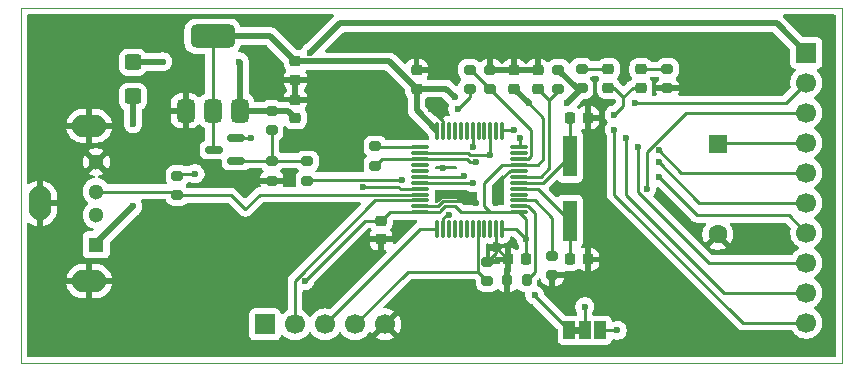
<source format=gbr>
%TF.GenerationSoftware,KiCad,Pcbnew,9.0.2*%
%TF.CreationDate,2025-10-23T03:25:40+03:00*%
%TF.ProjectId,stlinkv2,73746c69-6e6b-4763-922e-6b696361645f,rev?*%
%TF.SameCoordinates,Original*%
%TF.FileFunction,Copper,L1,Top*%
%TF.FilePolarity,Positive*%
%FSLAX46Y46*%
G04 Gerber Fmt 4.6, Leading zero omitted, Abs format (unit mm)*
G04 Created by KiCad (PCBNEW 9.0.2) date 2025-10-23 03:25:40*
%MOMM*%
%LPD*%
G01*
G04 APERTURE LIST*
G04 Aperture macros list*
%AMRoundRect*
0 Rectangle with rounded corners*
0 $1 Rounding radius*
0 $2 $3 $4 $5 $6 $7 $8 $9 X,Y pos of 4 corners*
0 Add a 4 corners polygon primitive as box body*
4,1,4,$2,$3,$4,$5,$6,$7,$8,$9,$2,$3,0*
0 Add four circle primitives for the rounded corners*
1,1,$1+$1,$2,$3*
1,1,$1+$1,$4,$5*
1,1,$1+$1,$6,$7*
1,1,$1+$1,$8,$9*
0 Add four rect primitives between the rounded corners*
20,1,$1+$1,$2,$3,$4,$5,0*
20,1,$1+$1,$4,$5,$6,$7,0*
20,1,$1+$1,$6,$7,$8,$9,0*
20,1,$1+$1,$8,$9,$2,$3,0*%
G04 Aperture macros list end*
%TA.AperFunction,EtchedComponent*%
%ADD10C,0.000000*%
%TD*%
%TA.AperFunction,SMDPad,CuDef*%
%ADD11RoundRect,0.225000X-0.250000X0.225000X-0.250000X-0.225000X0.250000X-0.225000X0.250000X0.225000X0*%
%TD*%
%TA.AperFunction,ComponentPad*%
%ADD12R,1.300000X1.300000*%
%TD*%
%TA.AperFunction,ComponentPad*%
%ADD13C,1.300000*%
%TD*%
%TA.AperFunction,ComponentPad*%
%ADD14O,2.900000X1.900000*%
%TD*%
%TA.AperFunction,ComponentPad*%
%ADD15O,1.900000X2.900000*%
%TD*%
%TA.AperFunction,ComponentPad*%
%ADD16R,1.700000X1.700000*%
%TD*%
%TA.AperFunction,ComponentPad*%
%ADD17C,1.700000*%
%TD*%
%TA.AperFunction,SMDPad,CuDef*%
%ADD18RoundRect,0.200000X0.275000X-0.200000X0.275000X0.200000X-0.275000X0.200000X-0.275000X-0.200000X0*%
%TD*%
%TA.AperFunction,SMDPad,CuDef*%
%ADD19RoundRect,0.250000X-0.450000X0.400000X-0.450000X-0.400000X0.450000X-0.400000X0.450000X0.400000X0*%
%TD*%
%TA.AperFunction,SMDPad,CuDef*%
%ADD20RoundRect,0.200000X-0.275000X0.200000X-0.275000X-0.200000X0.275000X-0.200000X0.275000X0.200000X0*%
%TD*%
%TA.AperFunction,SMDPad,CuDef*%
%ADD21RoundRect,0.225000X0.250000X-0.225000X0.250000X0.225000X-0.250000X0.225000X-0.250000X-0.225000X0*%
%TD*%
%TA.AperFunction,SMDPad,CuDef*%
%ADD22R,1.000000X1.500000*%
%TD*%
%TA.AperFunction,SMDPad,CuDef*%
%ADD23RoundRect,0.225000X-0.225000X-0.250000X0.225000X-0.250000X0.225000X0.250000X-0.225000X0.250000X0*%
%TD*%
%TA.AperFunction,SMDPad,CuDef*%
%ADD24R,1.200000X3.500000*%
%TD*%
%TA.AperFunction,SMDPad,CuDef*%
%ADD25RoundRect,0.218750X-0.256250X0.218750X-0.256250X-0.218750X0.256250X-0.218750X0.256250X0.218750X0*%
%TD*%
%TA.AperFunction,SMDPad,CuDef*%
%ADD26RoundRect,0.200000X0.200000X0.275000X-0.200000X0.275000X-0.200000X-0.275000X0.200000X-0.275000X0*%
%TD*%
%TA.AperFunction,SMDPad,CuDef*%
%ADD27RoundRect,0.375000X0.375000X-0.625000X0.375000X0.625000X-0.375000X0.625000X-0.375000X-0.625000X0*%
%TD*%
%TA.AperFunction,SMDPad,CuDef*%
%ADD28RoundRect,0.500000X1.400000X-0.500000X1.400000X0.500000X-1.400000X0.500000X-1.400000X-0.500000X0*%
%TD*%
%TA.AperFunction,SMDPad,CuDef*%
%ADD29RoundRect,0.075000X0.662500X0.075000X-0.662500X0.075000X-0.662500X-0.075000X0.662500X-0.075000X0*%
%TD*%
%TA.AperFunction,SMDPad,CuDef*%
%ADD30RoundRect,0.075000X0.075000X0.662500X-0.075000X0.662500X-0.075000X-0.662500X0.075000X-0.662500X0*%
%TD*%
%TA.AperFunction,SMDPad,CuDef*%
%ADD31RoundRect,0.150000X0.587500X0.150000X-0.587500X0.150000X-0.587500X-0.150000X0.587500X-0.150000X0*%
%TD*%
%TA.AperFunction,SMDPad,CuDef*%
%ADD32RoundRect,0.218750X0.256250X-0.218750X0.256250X0.218750X-0.256250X0.218750X-0.256250X-0.218750X0*%
%TD*%
%TA.AperFunction,ComponentPad*%
%ADD33RoundRect,0.250000X-0.550000X0.550000X-0.550000X-0.550000X0.550000X-0.550000X0.550000X0.550000X0*%
%TD*%
%TA.AperFunction,ComponentPad*%
%ADD34C,1.600000*%
%TD*%
%TA.AperFunction,ViaPad*%
%ADD35C,0.600000*%
%TD*%
%TA.AperFunction,Conductor*%
%ADD36C,0.250000*%
%TD*%
%TA.AperFunction,Conductor*%
%ADD37C,0.500000*%
%TD*%
%TA.AperFunction,Profile*%
%ADD38C,0.050000*%
%TD*%
G04 APERTURE END LIST*
D10*
%TA.AperFunction,EtchedComponent*%
%TO.C,JP1*%
G36*
X98350000Y-46550000D02*
G01*
X97850000Y-46550000D01*
X97850000Y-45950000D01*
X98350000Y-45950000D01*
X98350000Y-46550000D01*
G37*
%TD.AperFunction*%
%TD*%
D11*
%TO.P,C8,1*%
%TO.N,GND*%
X74250000Y-26725000D03*
%TO.P,C8,2*%
%TO.N,+5V*%
X74250000Y-28275000D03*
%TD*%
%TO.P,C7,1*%
%TO.N,GND*%
X92750000Y-24225000D03*
%TO.P,C7,2*%
%TO.N,+3.3V*%
X92750000Y-25775000D03*
%TD*%
D12*
%TO.P,J4,1,VBUS*%
%TO.N,VBUS*%
X57385000Y-39000000D03*
D13*
%TO.P,J4,2,D-*%
%TO.N,D-*%
X57385000Y-36500000D03*
%TO.P,J4,3,D+*%
%TO.N,D+*%
X57385000Y-34500000D03*
%TO.P,J4,4,GND*%
%TO.N,GND*%
X57385000Y-32000000D03*
D14*
%TO.P,J4,5,Shield*%
X56785000Y-42070000D03*
D15*
X52605000Y-35500000D03*
D14*
X56785000Y-28930000D03*
%TD*%
D16*
%TO.P,J2,1,Pin_1*%
%TO.N,+3.3V*%
X71670000Y-45750000D03*
D17*
%TO.P,J2,2,Pin_2*%
%TO.N,DIO*%
X74210000Y-45750000D03*
%TO.P,J2,3,Pin_3*%
%TO.N,CLK*%
X76750000Y-45750000D03*
%TO.P,J2,4,Pin_4*%
%TO.N,B0*%
X79290000Y-45750000D03*
%TO.P,J2,5,Pin_5*%
%TO.N,GND*%
X81830000Y-45750000D03*
%TD*%
D18*
%TO.P,R5,1*%
%TO.N,Net-(U1-PA0)*%
X90750000Y-25825000D03*
%TO.P,R5,2*%
%TO.N,GND*%
X90750000Y-24175000D03*
%TD*%
D19*
%TO.P,D3,1,K*%
%TO.N,+5V*%
X60500000Y-23550000D03*
%TO.P,D3,2,A*%
%TO.N,VBUS*%
X60500000Y-26450000D03*
%TD*%
D20*
%TO.P,R9,1*%
%TO.N,Net-(D1-K)*%
X105750000Y-24100000D03*
%TO.P,R9,2*%
%TO.N,GND*%
X105750000Y-25750000D03*
%TD*%
D21*
%TO.P,C4,1*%
%TO.N,GND*%
X81500000Y-38525000D03*
%TO.P,C4,2*%
%TO.N,+3.3V*%
X81500000Y-36975000D03*
%TD*%
D22*
%TO.P,JP1,1,A*%
%TO.N,+3.3V*%
X97450000Y-46250000D03*
%TO.P,JP1,2,C*%
%TO.N,Net-(JP1-C)*%
X98750000Y-46250000D03*
%TO.P,JP1,3,B*%
%TO.N,T_PWR*%
X100050000Y-46250000D03*
%TD*%
D21*
%TO.P,C9,1*%
%TO.N,GND*%
X74250000Y-25025000D03*
%TO.P,C9,2*%
%TO.N,+3.3V*%
X74250000Y-23475000D03*
%TD*%
D23*
%TO.P,C5,1*%
%TO.N,GND*%
X92225000Y-40250000D03*
%TO.P,C5,2*%
%TO.N,+3.3V*%
X93775000Y-40250000D03*
%TD*%
D24*
%TO.P,Y1,1,1*%
%TO.N,Net-(U1-PD0)*%
X97500000Y-37000000D03*
%TO.P,Y1,2,2*%
%TO.N,Net-(U1-PD1)*%
X97500000Y-31500000D03*
%TD*%
D20*
%TO.P,R10,1*%
%TO.N,Net-(Q1-B)*%
X75250000Y-31925000D03*
%TO.P,R10,2*%
%TO.N,RENUM*%
X75250000Y-33575000D03*
%TD*%
D25*
%TO.P,D1,1,K*%
%TO.N,Net-(D1-K)*%
X103500000Y-24137500D03*
%TO.P,D1,2,A*%
%TO.N,LED*%
X103500000Y-25712500D03*
%TD*%
D26*
%TO.P,R3,1*%
%TO.N,Net-(U1-PC13)*%
X93825000Y-42000000D03*
%TO.P,R3,2*%
%TO.N,GND*%
X92175000Y-42000000D03*
%TD*%
D20*
%TO.P,R1,1*%
%TO.N,+3.3V*%
X96500000Y-24175000D03*
%TO.P,R1,2*%
%TO.N,Net-(U1-NRST)*%
X96500000Y-25825000D03*
%TD*%
D18*
%TO.P,R2,1*%
%TO.N,B0*%
X90500000Y-42075000D03*
%TO.P,R2,2*%
%TO.N,GND*%
X90500000Y-40425000D03*
%TD*%
D27*
%TO.P,U2,1,GND*%
%TO.N,GND*%
X64950000Y-27650000D03*
%TO.P,U2,2,VO*%
%TO.N,+3.3V*%
X67250000Y-27650000D03*
D28*
X67250000Y-21350000D03*
D27*
%TO.P,U2,3,VI*%
%TO.N,+5V*%
X69550000Y-27650000D03*
%TD*%
D18*
%TO.P,R8,1*%
%TO.N,+3.3V*%
X98500000Y-25750000D03*
%TO.P,R8,2*%
%TO.N,Net-(D2-A)*%
X98500000Y-24100000D03*
%TD*%
%TO.P,R7,1*%
%TO.N,Net-(JP1-C)*%
X89000000Y-25825000D03*
%TO.P,R7,2*%
%TO.N,Net-(U1-PA0)*%
X89000000Y-24175000D03*
%TD*%
D21*
%TO.P,C1,1*%
%TO.N,Net-(U1-NRST)*%
X94750000Y-25775000D03*
%TO.P,C1,2*%
%TO.N,GND*%
X94750000Y-24225000D03*
%TD*%
D11*
%TO.P,C6,1*%
%TO.N,GND*%
X84500000Y-24225000D03*
%TO.P,C6,2*%
%TO.N,+3.3V*%
X84500000Y-25775000D03*
%TD*%
D18*
%TO.P,R11,1*%
%TO.N,Net-(Q1-B)*%
X72250000Y-29325000D03*
%TO.P,R11,2*%
%TO.N,+5V*%
X72250000Y-27675000D03*
%TD*%
D16*
%TO.P,J1,1,Pin_1*%
%TO.N,+5V*%
X117500000Y-22750000D03*
D17*
%TO.P,J1,2,Pin_2*%
%TO.N,+3.3V*%
X117500000Y-25290000D03*
%TO.P,J1,3,Pin_3*%
%TO.N,T_PWR*%
X117500000Y-27830000D03*
%TO.P,J1,4,Pin_4*%
%TO.N,Net-(J1-Pin_4)*%
X117500000Y-30370000D03*
%TO.P,J1,5,Pin_5*%
%TO.N,T_CLK*%
X117500000Y-32910000D03*
%TO.P,J1,6,Pin_6*%
%TO.N,T_DIO*%
X117500000Y-35450000D03*
%TO.P,J1,7,Pin_7*%
%TO.N,T_SWO*%
X117500000Y-37990000D03*
%TO.P,J1,8,Pin_8*%
%TO.N,T_RST*%
X117500000Y-40530000D03*
%TO.P,J1,9,Pin_9*%
%TO.N,T_TX*%
X117500000Y-43070000D03*
%TO.P,J1,10,Pin_10*%
%TO.N,T_RX*%
X117500000Y-45610000D03*
%TD*%
D18*
%TO.P,R13,1*%
%TO.N,D+*%
X64250000Y-34825000D03*
%TO.P,R13,2*%
%TO.N,Net-(Q1-E)*%
X64250000Y-33175000D03*
%TD*%
D29*
%TO.P,U1,1,VBAT*%
%TO.N,+3.3V*%
X93162500Y-36250000D03*
%TO.P,U1,2,PC13*%
%TO.N,Net-(U1-PC13)*%
X93162500Y-35750000D03*
%TO.P,U1,3,PC14*%
%TO.N,Net-(U1-PC14)*%
X93162500Y-35250000D03*
%TO.P,U1,4,PC15*%
%TO.N,unconnected-(U1-PC15-Pad4)*%
X93162500Y-34750000D03*
%TO.P,U1,5,PD0*%
%TO.N,Net-(U1-PD0)*%
X93162500Y-34250000D03*
%TO.P,U1,6,PD1*%
%TO.N,Net-(U1-PD1)*%
X93162500Y-33750000D03*
%TO.P,U1,7,NRST*%
%TO.N,Net-(U1-NRST)*%
X93162500Y-33250000D03*
%TO.P,U1,8,VSSA*%
%TO.N,GND*%
X93162500Y-32750000D03*
%TO.P,U1,9,VDDA*%
%TO.N,+3.3V*%
X93162500Y-32250000D03*
%TO.P,U1,10,PA0*%
%TO.N,Net-(U1-PA0)*%
X93162500Y-31750000D03*
%TO.P,U1,11,PA1*%
%TO.N,unconnected-(U1-PA1-Pad11)*%
X93162500Y-31250000D03*
%TO.P,U1,12,PA2*%
%TO.N,T_TX*%
X93162500Y-30750000D03*
D30*
%TO.P,U1,13,PA3*%
%TO.N,T_RX*%
X91750000Y-29337500D03*
%TO.P,U1,14,PA4*%
%TO.N,unconnected-(U1-PA4-Pad14)*%
X91250000Y-29337500D03*
%TO.P,U1,15,PA5*%
%TO.N,T_CLK*%
X90750000Y-29337500D03*
%TO.P,U1,16,PA6*%
%TO.N,unconnected-(U1-PA6-Pad16)*%
X90250000Y-29337500D03*
%TO.P,U1,17,PA7*%
%TO.N,unconnected-(U1-PA7-Pad17)*%
X89750000Y-29337500D03*
%TO.P,U1,18,PB0*%
%TO.N,T_RST*%
X89250000Y-29337500D03*
%TO.P,U1,19,PB1*%
%TO.N,unconnected-(U1-PB1-Pad19)*%
X88750000Y-29337500D03*
%TO.P,U1,20,PB2*%
%TO.N,unconnected-(U1-PB2-Pad20)*%
X88250000Y-29337500D03*
%TO.P,U1,21,PB10*%
%TO.N,unconnected-(U1-PB10-Pad21)*%
X87750000Y-29337500D03*
%TO.P,U1,22,PB11*%
%TO.N,unconnected-(U1-PB11-Pad22)*%
X87250000Y-29337500D03*
%TO.P,U1,23,VSS*%
%TO.N,GND*%
X86750000Y-29337500D03*
%TO.P,U1,24,VDD*%
%TO.N,+3.3V*%
X86250000Y-29337500D03*
D29*
%TO.P,U1,25,PB12*%
%TO.N,Net-(U1-PB12)*%
X84837500Y-30750000D03*
%TO.P,U1,26,PB13*%
%TO.N,T_CLK*%
X84837500Y-31250000D03*
%TO.P,U1,27,PB14*%
%TO.N,T_DIO*%
X84837500Y-31750000D03*
%TO.P,U1,28,PB15*%
%TO.N,unconnected-(U1-PB15-Pad28)*%
X84837500Y-32250000D03*
%TO.P,U1,29,PA8*%
%TO.N,unconnected-(U1-PA8-Pad29)*%
X84837500Y-32750000D03*
%TO.P,U1,30,PA9*%
%TO.N,LED*%
X84837500Y-33250000D03*
%TO.P,U1,31,PA10*%
%TO.N,T_SWO*%
X84837500Y-33750000D03*
%TO.P,U1,32,PA11*%
%TO.N,D-*%
X84837500Y-34250000D03*
%TO.P,U1,33,PA12*%
%TO.N,D+*%
X84837500Y-34750000D03*
%TO.P,U1,34,PA13*%
%TO.N,DIO*%
X84837500Y-35250000D03*
%TO.P,U1,35,VSS*%
%TO.N,GND*%
X84837500Y-35750000D03*
%TO.P,U1,36,VDD*%
%TO.N,+3.3V*%
X84837500Y-36250000D03*
D30*
%TO.P,U1,37,PA14*%
%TO.N,CLK*%
X86250000Y-37662500D03*
%TO.P,U1,38,PA15*%
%TO.N,RENUM*%
X86750000Y-37662500D03*
%TO.P,U1,39,PB3*%
%TO.N,unconnected-(U1-PB3-Pad39)*%
X87250000Y-37662500D03*
%TO.P,U1,40,PB4*%
%TO.N,unconnected-(U1-PB4-Pad40)*%
X87750000Y-37662500D03*
%TO.P,U1,41,PB5*%
%TO.N,unconnected-(U1-PB5-Pad41)*%
X88250000Y-37662500D03*
%TO.P,U1,42,PB6*%
%TO.N,unconnected-(U1-PB6-Pad42)*%
X88750000Y-37662500D03*
%TO.P,U1,43,PB7*%
%TO.N,unconnected-(U1-PB7-Pad43)*%
X89250000Y-37662500D03*
%TO.P,U1,44,BOOT0*%
%TO.N,B0*%
X89750000Y-37662500D03*
%TO.P,U1,45,PB8*%
%TO.N,unconnected-(U1-PB8-Pad45)*%
X90250000Y-37662500D03*
%TO.P,U1,46,PB9*%
%TO.N,unconnected-(U1-PB9-Pad46)*%
X90750000Y-37662500D03*
%TO.P,U1,47,VSS*%
%TO.N,GND*%
X91250000Y-37662500D03*
%TO.P,U1,48,VDD*%
%TO.N,+3.3V*%
X91750000Y-37662500D03*
%TD*%
D18*
%TO.P,R12,1*%
%TO.N,GND*%
X72250000Y-33575000D03*
%TO.P,R12,2*%
%TO.N,Net-(Q1-B)*%
X72250000Y-31925000D03*
%TD*%
%TO.P,R6,1*%
%TO.N,T_DIO*%
X81000000Y-32325000D03*
%TO.P,R6,2*%
%TO.N,Net-(U1-PB12)*%
X81000000Y-30675000D03*
%TD*%
D31*
%TO.P,Q1,1,B*%
%TO.N,Net-(Q1-B)*%
X69250000Y-31900000D03*
%TO.P,Q1,2,E*%
%TO.N,Net-(Q1-E)*%
X69250000Y-30000000D03*
%TO.P,Q1,3,C*%
%TO.N,+3.3V*%
X67375000Y-30950000D03*
%TD*%
D23*
%TO.P,C3,1*%
%TO.N,Net-(U1-PD1)*%
X97475000Y-28250000D03*
%TO.P,C3,2*%
%TO.N,GND*%
X99025000Y-28250000D03*
%TD*%
D32*
%TO.P,D2,1,K*%
%TO.N,LED*%
X100750000Y-25712500D03*
%TO.P,D2,2,A*%
%TO.N,Net-(D2-A)*%
X100750000Y-24137500D03*
%TD*%
D23*
%TO.P,C2,1*%
%TO.N,Net-(U1-PD0)*%
X97475000Y-40250000D03*
%TO.P,C2,2*%
%TO.N,GND*%
X99025000Y-40250000D03*
%TD*%
D33*
%TO.P,SW1,1,A*%
%TO.N,Net-(J1-Pin_4)*%
X110000000Y-30500000D03*
D34*
%TO.P,SW1,2,B*%
%TO.N,GND*%
X110000000Y-38120000D03*
%TD*%
D20*
%TO.P,R4,1*%
%TO.N,Net-(U1-PC14)*%
X96000000Y-39925000D03*
%TO.P,R4,2*%
%TO.N,GND*%
X96000000Y-41575000D03*
%TD*%
D35*
%TO.N,GND*%
X85750000Y-27500000D03*
X76500000Y-25000000D03*
X89500000Y-35500000D03*
X83250000Y-37250000D03*
X86250000Y-24250000D03*
X86750000Y-32500000D03*
X91250000Y-39000000D03*
X91250000Y-35500000D03*
%TO.N,+3.3V*%
X93775000Y-38500000D03*
X87750000Y-26500000D03*
X97250000Y-27000000D03*
X103000000Y-27000000D03*
X75049209Y-42049209D03*
X93987500Y-27012500D03*
X94500000Y-43250000D03*
%TO.N,+5V*%
X63000000Y-23500000D03*
X75500000Y-22750000D03*
X69500000Y-23500000D03*
%TO.N,LED*%
X101250000Y-28000000D03*
X88500000Y-33145000D03*
%TO.N,VBUS*%
X60500000Y-35750000D03*
X60500000Y-28750000D03*
%TO.N,T_TX*%
X93250000Y-30000000D03*
X102250000Y-30000000D03*
%TO.N,T_SWO*%
X89250000Y-33750000D03*
X105000000Y-33250000D03*
%TO.N,T_CLK*%
X90750000Y-31395000D03*
X105000000Y-31000000D03*
%TO.N,T_RX*%
X92750000Y-29250000D03*
X101250000Y-29250000D03*
%TO.N,T_DIO*%
X89500000Y-32000000D03*
X105000000Y-32000000D03*
%TO.N,T_RST*%
X103250000Y-30750000D03*
X89250000Y-30750000D03*
%TO.N,D-*%
X80000000Y-34145000D03*
%TO.N,T_PWR*%
X101500000Y-46250000D03*
X104000000Y-34250000D03*
%TO.N,Net-(JP1-C)*%
X88000000Y-27500000D03*
X98750000Y-44250000D03*
%TO.N,Net-(Q1-E)*%
X65750000Y-33000000D03*
X70500000Y-30000000D03*
%TO.N,RENUM*%
X87289000Y-36445000D03*
X83250000Y-33500000D03*
%TD*%
D36*
%TO.N,Net-(U1-NRST)*%
X95750000Y-26750000D02*
X94775000Y-25775000D01*
X96500000Y-25825000D02*
X96500000Y-26000000D01*
X95750000Y-32500000D02*
X95000000Y-33250000D01*
X95750000Y-26750000D02*
X95750000Y-32500000D01*
X95000000Y-33250000D02*
X93162500Y-33250000D01*
X94775000Y-25775000D02*
X94750000Y-25775000D01*
X94800000Y-25825000D02*
X94750000Y-25775000D01*
X96500000Y-26000000D02*
X95750000Y-26750000D01*
%TO.N,GND*%
X86750000Y-29337500D02*
X86750000Y-28500000D01*
X92384106Y-32750000D02*
X91250000Y-33884106D01*
X91250000Y-39000000D02*
X91250000Y-39675000D01*
X86714460Y-35319000D02*
X89319000Y-35319000D01*
X93162500Y-32750000D02*
X92384106Y-32750000D01*
X91250000Y-39000000D02*
X91250000Y-39275000D01*
X91250000Y-39675000D02*
X90500000Y-40425000D01*
X91250000Y-33884106D02*
X91250000Y-35500000D01*
X91250000Y-39275000D02*
X92225000Y-40250000D01*
X92225000Y-41950000D02*
X92175000Y-42000000D01*
X86283460Y-35750000D02*
X86714460Y-35319000D01*
X91250000Y-39000000D02*
X91250000Y-37662500D01*
X92225000Y-40250000D02*
X92225000Y-41950000D01*
X86750000Y-28500000D02*
X85750000Y-27500000D01*
X84837500Y-35750000D02*
X86283460Y-35750000D01*
X89319000Y-35319000D02*
X89500000Y-35500000D01*
%TO.N,Net-(U1-PD0)*%
X97500000Y-40225000D02*
X97475000Y-40250000D01*
X97500000Y-37000000D02*
X97500000Y-40225000D01*
X94750000Y-34250000D02*
X97500000Y-37000000D01*
X93162500Y-34250000D02*
X94750000Y-34250000D01*
%TO.N,Net-(U1-PD1)*%
X97500000Y-31500000D02*
X95250000Y-33750000D01*
X95250000Y-33750000D02*
X93162500Y-33750000D01*
X97525000Y-28250000D02*
X97525000Y-31475000D01*
X97525000Y-31475000D02*
X97500000Y-31500000D01*
D37*
%TO.N,+3.3V*%
X86169000Y-29256500D02*
X86169000Y-29337500D01*
D36*
X80123418Y-36975000D02*
X81500000Y-36975000D01*
X94500000Y-43300000D02*
X94500000Y-43250000D01*
X97450000Y-46250000D02*
X94500000Y-43300000D01*
X95250000Y-28275000D02*
X95250000Y-31750000D01*
D37*
X74256000Y-23481000D02*
X82206000Y-23481000D01*
X74250000Y-23475000D02*
X74256000Y-23481000D01*
D36*
X87750000Y-35750000D02*
X86892986Y-35750000D01*
D37*
X87025000Y-25775000D02*
X87750000Y-26500000D01*
D36*
X86519707Y-36230293D02*
X86500000Y-36250000D01*
D37*
X84500000Y-27587500D02*
X86169000Y-29256500D01*
D36*
X91750000Y-32250000D02*
X90250000Y-33750000D01*
X67325000Y-31000000D02*
X67375000Y-30950000D01*
X82225000Y-36250000D02*
X81500000Y-36975000D01*
X93162500Y-32250000D02*
X91750000Y-32250000D01*
D37*
X98500000Y-25750000D02*
X98075000Y-25750000D01*
D36*
X84837500Y-36250000D02*
X82225000Y-36250000D01*
X88250000Y-36250000D02*
X87750000Y-35750000D01*
D37*
X98075000Y-25750000D02*
X96500000Y-24175000D01*
D36*
X86500000Y-36250000D02*
X84837500Y-36250000D01*
X67250000Y-27650000D02*
X67250000Y-21350000D01*
D37*
X84500000Y-25775000D02*
X84500000Y-27587500D01*
D36*
X84500000Y-27587500D02*
X86250000Y-29337500D01*
X86519707Y-36123279D02*
X86519707Y-36230293D01*
D37*
X93987500Y-27012500D02*
X92750000Y-25775000D01*
X67250000Y-21350000D02*
X72125000Y-21350000D01*
X84500000Y-25775000D02*
X87025000Y-25775000D01*
D36*
X86892986Y-35750000D02*
X86519707Y-36123279D01*
X93775000Y-38500000D02*
X93775000Y-40250000D01*
X93775000Y-36862500D02*
X93775000Y-38500000D01*
X94750000Y-32250000D02*
X93162500Y-32250000D01*
X115790000Y-27000000D02*
X103000000Y-27000000D01*
X90250000Y-33750000D02*
X90250000Y-35750000D01*
X67250000Y-27650000D02*
X67250000Y-30825000D01*
X93987500Y-27012500D02*
X95250000Y-28275000D01*
X91750000Y-37662500D02*
X92937500Y-37662500D01*
D37*
X72125000Y-21350000D02*
X74250000Y-23475000D01*
X82206000Y-23481000D02*
X84500000Y-25775000D01*
D36*
X90750000Y-36250000D02*
X88250000Y-36250000D01*
X93162500Y-36250000D02*
X90750000Y-36250000D01*
X95250000Y-31750000D02*
X94750000Y-32250000D01*
D37*
X97250000Y-27000000D02*
X98500000Y-25750000D01*
D36*
X92937500Y-37662500D02*
X93775000Y-38500000D01*
X90250000Y-35750000D02*
X90750000Y-36250000D01*
X67250000Y-30825000D02*
X67375000Y-30950000D01*
X75049209Y-42049209D02*
X80123418Y-36975000D01*
X117500000Y-25290000D02*
X115790000Y-27000000D01*
X93162500Y-36250000D02*
X93775000Y-36862500D01*
D37*
%TO.N,+5V*%
X69550000Y-23550000D02*
X69500000Y-23500000D01*
X69550000Y-27650000D02*
X69550000Y-23550000D01*
X60500000Y-23550000D02*
X62950000Y-23550000D01*
X115000000Y-20250000D02*
X117500000Y-22750000D01*
X62950000Y-23550000D02*
X63000000Y-23500000D01*
X78000000Y-20250000D02*
X115000000Y-20250000D01*
X75500000Y-22750000D02*
X78000000Y-20250000D01*
X73625000Y-27650000D02*
X74250000Y-28275000D01*
X69550000Y-27650000D02*
X73625000Y-27650000D01*
D36*
%TO.N,Net-(D1-K)*%
X105712500Y-24137500D02*
X105750000Y-24100000D01*
X103500000Y-24137500D02*
X105712500Y-24137500D01*
%TO.N,LED*%
X101212500Y-25712500D02*
X102000000Y-26500000D01*
X84837500Y-33250000D02*
X88395000Y-33250000D01*
X88395000Y-33250000D02*
X88500000Y-33145000D01*
X102000000Y-26500000D02*
X102787500Y-25712500D01*
X102787500Y-25712500D02*
X103500000Y-25712500D01*
X101250000Y-28000000D02*
X102000000Y-27250000D01*
X102000000Y-27250000D02*
X102000000Y-26500000D01*
X100750000Y-25712500D02*
X101212500Y-25712500D01*
%TO.N,Net-(D2-A)*%
X100712500Y-24100000D02*
X100750000Y-24137500D01*
X98500000Y-24100000D02*
X100712500Y-24100000D01*
D37*
%TO.N,VBUS*%
X57385000Y-38865000D02*
X60500000Y-35750000D01*
X57385000Y-39000000D02*
X57385000Y-38865000D01*
X60500000Y-26450000D02*
X60500000Y-28750000D01*
D36*
%TO.N,T_TX*%
X102250000Y-34750000D02*
X102250000Y-30000000D01*
X93250000Y-30000000D02*
X93250000Y-30662500D01*
X110570000Y-43070000D02*
X102250000Y-34750000D01*
X93250000Y-30662500D02*
X93162500Y-30750000D01*
X117500000Y-43070000D02*
X110570000Y-43070000D01*
%TO.N,T_SWO*%
X117500000Y-37990000D02*
X116010000Y-36500000D01*
X116010000Y-36500000D02*
X108250000Y-36500000D01*
X108250000Y-36500000D02*
X105000000Y-33250000D01*
X89250000Y-33750000D02*
X84837500Y-33750000D01*
%TO.N,T_CLK*%
X117500000Y-32910000D02*
X106910000Y-32910000D01*
X84837500Y-31250000D02*
X88892986Y-31250000D01*
X106910000Y-32910000D02*
X105000000Y-31000000D01*
X89037986Y-31395000D02*
X90750000Y-31395000D01*
X88892986Y-31250000D02*
X89037986Y-31395000D01*
X90750000Y-31395000D02*
X90750000Y-29337500D01*
%TO.N,T_RX*%
X101250000Y-34750000D02*
X101250000Y-29250000D01*
X92750000Y-29250000D02*
X91837500Y-29250000D01*
X112110000Y-45610000D02*
X101250000Y-34750000D01*
X117500000Y-45610000D02*
X112110000Y-45610000D01*
X91837500Y-29250000D02*
X91750000Y-29337500D01*
%TO.N,T_DIO*%
X84837500Y-31750000D02*
X81575000Y-31750000D01*
X89033460Y-32000000D02*
X89500000Y-32000000D01*
X81575000Y-31750000D02*
X81000000Y-32325000D01*
X84837500Y-31750000D02*
X88783460Y-31750000D01*
X88783460Y-31750000D02*
X89033460Y-32000000D01*
X117500000Y-35450000D02*
X108450000Y-35450000D01*
X108450000Y-35450000D02*
X105000000Y-32000000D01*
%TO.N,T_RST*%
X103250000Y-34500000D02*
X103250000Y-30750000D01*
X89250000Y-30750000D02*
X89250000Y-29337500D01*
X117500000Y-40530000D02*
X109280000Y-40530000D01*
X109280000Y-40530000D02*
X103250000Y-34500000D01*
%TO.N,DIO*%
X74210000Y-42032818D02*
X80992818Y-35250000D01*
X74210000Y-45750000D02*
X74210000Y-42032818D01*
X80992818Y-35250000D02*
X84837500Y-35250000D01*
%TO.N,CLK*%
X84837500Y-37662500D02*
X86250000Y-37662500D01*
X76750000Y-45750000D02*
X84837500Y-37662500D01*
%TO.N,B0*%
X89719000Y-37693500D02*
X89719000Y-41294000D01*
X89750000Y-37662500D02*
X89719000Y-37693500D01*
X89719000Y-41294000D02*
X83746000Y-41294000D01*
X83746000Y-41294000D02*
X79290000Y-45750000D01*
X89719000Y-41294000D02*
X90500000Y-42075000D01*
%TO.N,D-*%
X83105000Y-34250000D02*
X84837500Y-34250000D01*
X80000000Y-34145000D02*
X83000000Y-34145000D01*
X83000000Y-34145000D02*
X83105000Y-34250000D01*
%TO.N,D+*%
X68825000Y-34825000D02*
X70000000Y-36000000D01*
X63925000Y-34500000D02*
X64250000Y-34825000D01*
X57385000Y-34500000D02*
X63925000Y-34500000D01*
X71250000Y-34750000D02*
X84837500Y-34750000D01*
X64250000Y-34825000D02*
X68825000Y-34825000D01*
X70000000Y-36000000D02*
X71250000Y-34750000D01*
%TO.N,T_PWR*%
X104000000Y-31142986D02*
X104000000Y-34250000D01*
X117500000Y-27830000D02*
X107312986Y-27830000D01*
X107312986Y-27830000D02*
X104000000Y-31142986D01*
X101500000Y-46250000D02*
X100050000Y-46250000D01*
%TO.N,Net-(JP1-C)*%
X98750000Y-44250000D02*
X98750000Y-46250000D01*
X89000000Y-26500000D02*
X88000000Y-27500000D01*
X89000000Y-25825000D02*
X89000000Y-26500000D01*
%TO.N,Net-(Q1-B)*%
X69250000Y-31900000D02*
X74975000Y-31900000D01*
X72250000Y-31925000D02*
X72250000Y-29650000D01*
X74975000Y-31900000D02*
X75000000Y-31925000D01*
%TO.N,Net-(Q1-E)*%
X64425000Y-33000000D02*
X64250000Y-33175000D01*
X65750000Y-33000000D02*
X64425000Y-33000000D01*
X69250000Y-30000000D02*
X70500000Y-30000000D01*
%TO.N,Net-(U1-PC13)*%
X93940894Y-35750000D02*
X93162500Y-35750000D01*
X94531000Y-36340106D02*
X93940894Y-35750000D01*
X94531000Y-41294000D02*
X94531000Y-36340106D01*
X93825000Y-42000000D02*
X94531000Y-41294000D01*
%TO.N,Net-(U1-PC14)*%
X96000000Y-39925000D02*
X96000000Y-36750000D01*
X94500000Y-35250000D02*
X93162500Y-35250000D01*
X96000000Y-36750000D02*
X94500000Y-35250000D01*
%TO.N,Net-(U1-PA0)*%
X93940894Y-31750000D02*
X93162500Y-31750000D01*
X89100000Y-24175000D02*
X90750000Y-25825000D01*
X90750000Y-25825000D02*
X94206000Y-29281000D01*
X94206000Y-31484894D02*
X93940894Y-31750000D01*
X89000000Y-24175000D02*
X89100000Y-24175000D01*
X94206000Y-29281000D02*
X94206000Y-31484894D01*
%TO.N,Net-(U1-PB12)*%
X81075000Y-30750000D02*
X81000000Y-30675000D01*
X84837500Y-30750000D02*
X81075000Y-30750000D01*
%TO.N,RENUM*%
X86750000Y-36750000D02*
X86750000Y-37662500D01*
X87289000Y-36445000D02*
X87055000Y-36445000D01*
X75325000Y-33500000D02*
X83250000Y-33500000D01*
X87055000Y-36445000D02*
X86750000Y-36750000D01*
X75250000Y-33575000D02*
X75325000Y-33500000D01*
%TO.N,Net-(J1-Pin_4)*%
X117500000Y-30370000D02*
X110130000Y-30370000D01*
X110130000Y-30370000D02*
X110000000Y-30500000D01*
%TD*%
%TA.AperFunction,Conductor*%
%TO.N,GND*%
G36*
X77455808Y-19520185D02*
G01*
X77501563Y-19572989D01*
X77511507Y-19642147D01*
X77482482Y-19705703D01*
X77476450Y-19712181D01*
X75184703Y-22003927D01*
X75144480Y-22030805D01*
X75120819Y-22040606D01*
X75120818Y-22040607D01*
X74989715Y-22128207D01*
X74989707Y-22128213D01*
X74878213Y-22239707D01*
X74878210Y-22239711D01*
X74790609Y-22370814D01*
X74790604Y-22370824D01*
X74755026Y-22456718D01*
X74741030Y-22474085D01*
X74730993Y-22494004D01*
X74719532Y-22500762D01*
X74711185Y-22511121D01*
X74690020Y-22518165D01*
X74670808Y-22529495D01*
X74651826Y-22530877D01*
X74644891Y-22533186D01*
X74635706Y-22533174D01*
X74631771Y-22533022D01*
X74548345Y-22524500D01*
X74409841Y-22524500D01*
X74407471Y-22524409D01*
X74376505Y-22514010D01*
X74345191Y-22504815D01*
X74342380Y-22502549D01*
X74341237Y-22502166D01*
X74340021Y-22500649D01*
X74324549Y-22488181D01*
X72603421Y-20767052D01*
X72603414Y-20767046D01*
X72529729Y-20717812D01*
X72529729Y-20717813D01*
X72480491Y-20684913D01*
X72343917Y-20628343D01*
X72343907Y-20628340D01*
X72198920Y-20599500D01*
X72198918Y-20599500D01*
X69712471Y-20599500D01*
X69645432Y-20579815D01*
X69599677Y-20527011D01*
X69593256Y-20509613D01*
X69583911Y-20476956D01*
X69583909Y-20476953D01*
X69583909Y-20476951D01*
X69489698Y-20296593D01*
X69437684Y-20232803D01*
X69361109Y-20138890D01*
X69203409Y-20010304D01*
X69203410Y-20010304D01*
X69203407Y-20010302D01*
X69023049Y-19916091D01*
X69023048Y-19916090D01*
X69023045Y-19916089D01*
X68905829Y-19882550D01*
X68827418Y-19860114D01*
X68827415Y-19860113D01*
X68827413Y-19860113D01*
X68761102Y-19854217D01*
X68708037Y-19849500D01*
X68708032Y-19849500D01*
X65791971Y-19849500D01*
X65791965Y-19849500D01*
X65791964Y-19849501D01*
X65780316Y-19850536D01*
X65672584Y-19860113D01*
X65476954Y-19916089D01*
X65386772Y-19963196D01*
X65296593Y-20010302D01*
X65296591Y-20010303D01*
X65296590Y-20010304D01*
X65138890Y-20138890D01*
X65010304Y-20296590D01*
X64916089Y-20476954D01*
X64860114Y-20672583D01*
X64860113Y-20672586D01*
X64849500Y-20791966D01*
X64849500Y-21908028D01*
X64849501Y-21908034D01*
X64860113Y-22027415D01*
X64916089Y-22223045D01*
X64916090Y-22223048D01*
X64916091Y-22223049D01*
X65010302Y-22403407D01*
X65010304Y-22403409D01*
X65138890Y-22561109D01*
X65172916Y-22588853D01*
X65296593Y-22689698D01*
X65476951Y-22783909D01*
X65672582Y-22839886D01*
X65791963Y-22850500D01*
X66500500Y-22850499D01*
X66567539Y-22870183D01*
X66613294Y-22922987D01*
X66624500Y-22974499D01*
X66624500Y-26095063D01*
X66604815Y-26162102D01*
X66555595Y-26206151D01*
X66400704Y-26282969D01*
X66271873Y-26386527D01*
X66252278Y-26402278D01*
X66251993Y-26402633D01*
X66196326Y-26471885D01*
X66138982Y-26511803D01*
X66069160Y-26514383D01*
X66009027Y-26478804D01*
X66003031Y-26471884D01*
X65947364Y-26402630D01*
X65799025Y-26283392D01*
X65799022Y-26283390D01*
X65628523Y-26198831D01*
X65443824Y-26152897D01*
X65401097Y-26150000D01*
X65200000Y-26150000D01*
X65200000Y-29150000D01*
X65401097Y-29150000D01*
X65443824Y-29147102D01*
X65628523Y-29101168D01*
X65799022Y-29016609D01*
X65799025Y-29016607D01*
X65947366Y-28897367D01*
X65947367Y-28897366D01*
X66003033Y-28828115D01*
X66060376Y-28788196D01*
X66130198Y-28785616D01*
X66190331Y-28821194D01*
X66196305Y-28828089D01*
X66252278Y-28897722D01*
X66252280Y-28897724D01*
X66400704Y-29017030D01*
X66400707Y-29017032D01*
X66555594Y-29093848D01*
X66606907Y-29141269D01*
X66624500Y-29204936D01*
X66624500Y-30076856D01*
X66604815Y-30143895D01*
X66552011Y-30189650D01*
X66535101Y-30195931D01*
X66527106Y-30198253D01*
X66527102Y-30198255D01*
X66385637Y-30281917D01*
X66385629Y-30281923D01*
X66269423Y-30398129D01*
X66269417Y-30398137D01*
X66185755Y-30539603D01*
X66185754Y-30539606D01*
X66139902Y-30697426D01*
X66139901Y-30697432D01*
X66137000Y-30734298D01*
X66137000Y-31165701D01*
X66139901Y-31202567D01*
X66139902Y-31202573D01*
X66185754Y-31360393D01*
X66185755Y-31360396D01*
X66185756Y-31360398D01*
X66191039Y-31369331D01*
X66269417Y-31501862D01*
X66269423Y-31501870D01*
X66385629Y-31618076D01*
X66385633Y-31618079D01*
X66385635Y-31618081D01*
X66527102Y-31701744D01*
X66560500Y-31711447D01*
X66684926Y-31747597D01*
X66684929Y-31747597D01*
X66684931Y-31747598D01*
X66721806Y-31750500D01*
X67888000Y-31750500D01*
X67955039Y-31770185D01*
X68000794Y-31822989D01*
X68012000Y-31874500D01*
X68012000Y-32115701D01*
X68014901Y-32152567D01*
X68014902Y-32152573D01*
X68060754Y-32310393D01*
X68060755Y-32310396D01*
X68144417Y-32451862D01*
X68144423Y-32451870D01*
X68260629Y-32568076D01*
X68260633Y-32568079D01*
X68260635Y-32568081D01*
X68402102Y-32651744D01*
X68403658Y-32652196D01*
X68559926Y-32697597D01*
X68559929Y-32697597D01*
X68559931Y-32697598D01*
X68596806Y-32700500D01*
X68596814Y-32700500D01*
X69903186Y-32700500D01*
X69903194Y-32700500D01*
X69940069Y-32697598D01*
X69940071Y-32697597D01*
X69940073Y-32697597D01*
X69990274Y-32683012D01*
X70097898Y-32651744D01*
X70239365Y-32568081D01*
X70239370Y-32568076D01*
X70245628Y-32561819D01*
X70306951Y-32528334D01*
X70333309Y-32525500D01*
X71333480Y-32525500D01*
X71362920Y-32534144D01*
X71392907Y-32540668D01*
X71397922Y-32544422D01*
X71400519Y-32545185D01*
X71421160Y-32561818D01*
X71522015Y-32662673D01*
X71555500Y-32723996D01*
X71550516Y-32793688D01*
X71522015Y-32838035D01*
X71419928Y-32940121D01*
X71419927Y-32940122D01*
X71331980Y-33085604D01*
X71281409Y-33247893D01*
X71275000Y-33318427D01*
X71275000Y-33325000D01*
X73224999Y-33325000D01*
X73224999Y-33318417D01*
X73218591Y-33247897D01*
X73218590Y-33247892D01*
X73168018Y-33085603D01*
X73080072Y-32940122D01*
X72977984Y-32838034D01*
X72973645Y-32830088D01*
X72966397Y-32824662D01*
X72957162Y-32799902D01*
X72944499Y-32776711D01*
X72945144Y-32767680D01*
X72941981Y-32759198D01*
X72947597Y-32733377D01*
X72949483Y-32707019D01*
X72955301Y-32697965D01*
X72956833Y-32690925D01*
X72977984Y-32662673D01*
X73053476Y-32587181D01*
X73078840Y-32561818D01*
X73140163Y-32528334D01*
X73166520Y-32525500D01*
X74333480Y-32525500D01*
X74400519Y-32545185D01*
X74421161Y-32561819D01*
X74521661Y-32662319D01*
X74555146Y-32723642D01*
X74550162Y-32793334D01*
X74521661Y-32837681D01*
X74419531Y-32939810D01*
X74419530Y-32939811D01*
X74331522Y-33085393D01*
X74280913Y-33247807D01*
X74274500Y-33318386D01*
X74274500Y-33831613D01*
X74280913Y-33902192D01*
X74280913Y-33902194D01*
X74280914Y-33902196D01*
X74300052Y-33963613D01*
X74301202Y-34033470D01*
X74264401Y-34092863D01*
X74201332Y-34122931D01*
X74181666Y-34124500D01*
X73317810Y-34124500D01*
X73250771Y-34104815D01*
X73205016Y-34052011D01*
X73195072Y-33982853D01*
X73199425Y-33963609D01*
X73218590Y-33902104D01*
X73225000Y-33831572D01*
X73225000Y-33825000D01*
X71275001Y-33825000D01*
X71275001Y-33831582D01*
X71281408Y-33902102D01*
X71281409Y-33902107D01*
X71300577Y-33963619D01*
X71301729Y-34033479D01*
X71264928Y-34092872D01*
X71211893Y-34120900D01*
X71197301Y-34124500D01*
X71188393Y-34124500D01*
X71146897Y-34132754D01*
X71067548Y-34148537D01*
X71028602Y-34164669D01*
X71019949Y-34168252D01*
X71019945Y-34168254D01*
X70953719Y-34195685D01*
X70953716Y-34195687D01*
X70949592Y-34198443D01*
X70937374Y-34206607D01*
X70851268Y-34264140D01*
X70824925Y-34290484D01*
X70764142Y-34351267D01*
X70764139Y-34351270D01*
X70087680Y-35027728D01*
X70026357Y-35061213D01*
X69956665Y-35056229D01*
X69912318Y-35027728D01*
X69315198Y-34430608D01*
X69315178Y-34430586D01*
X69223736Y-34339144D01*
X69223732Y-34339141D01*
X69164197Y-34299361D01*
X69164196Y-34299360D01*
X69157594Y-34294949D01*
X69121286Y-34270688D01*
X69036215Y-34235451D01*
X69032298Y-34233828D01*
X69032295Y-34233827D01*
X69024477Y-34230589D01*
X69007452Y-34223537D01*
X69007445Y-34223535D01*
X69007443Y-34223535D01*
X68934713Y-34209068D01*
X68934712Y-34209068D01*
X68886611Y-34199500D01*
X68886607Y-34199500D01*
X68886606Y-34199500D01*
X65141520Y-34199500D01*
X65112079Y-34190855D01*
X65082093Y-34184332D01*
X65077077Y-34180577D01*
X65074481Y-34179815D01*
X65053839Y-34163181D01*
X64978339Y-34087681D01*
X64944854Y-34026358D01*
X64949838Y-33956666D01*
X64978339Y-33912319D01*
X65080468Y-33810189D01*
X65080469Y-33810188D01*
X65080472Y-33810185D01*
X65140285Y-33711241D01*
X65191812Y-33664056D01*
X65260671Y-33652217D01*
X65315292Y-33672291D01*
X65370814Y-33709390D01*
X65370827Y-33709397D01*
X65516498Y-33769735D01*
X65516503Y-33769737D01*
X65617326Y-33789792D01*
X65671153Y-33800499D01*
X65671156Y-33800500D01*
X65671158Y-33800500D01*
X65828844Y-33800500D01*
X65828845Y-33800499D01*
X65983497Y-33769737D01*
X66129179Y-33709394D01*
X66260289Y-33621789D01*
X66371789Y-33510289D01*
X66459394Y-33379179D01*
X66466212Y-33362720D01*
X66474674Y-33342289D01*
X66519737Y-33233497D01*
X66550500Y-33078842D01*
X66550500Y-32921158D01*
X66550500Y-32921155D01*
X66550499Y-32921153D01*
X66534012Y-32838269D01*
X66519737Y-32766503D01*
X66512901Y-32750000D01*
X66459397Y-32620827D01*
X66459390Y-32620814D01*
X66371789Y-32489711D01*
X66371786Y-32489707D01*
X66260292Y-32378213D01*
X66260288Y-32378210D01*
X66129185Y-32290609D01*
X66129172Y-32290602D01*
X65983501Y-32230264D01*
X65983489Y-32230261D01*
X65828845Y-32199500D01*
X65828842Y-32199500D01*
X65671158Y-32199500D01*
X65671155Y-32199500D01*
X65516510Y-32230261D01*
X65516498Y-32230264D01*
X65370827Y-32290602D01*
X65370815Y-32290609D01*
X65276541Y-32353602D01*
X65209864Y-32374480D01*
X65207650Y-32374500D01*
X64920268Y-32374500D01*
X64856119Y-32356617D01*
X64814608Y-32331523D01*
X64814607Y-32331522D01*
X64814606Y-32331522D01*
X64652196Y-32280914D01*
X64652194Y-32280913D01*
X64652192Y-32280913D01*
X64601489Y-32276306D01*
X64581616Y-32274500D01*
X63918384Y-32274500D01*
X63899145Y-32276248D01*
X63847807Y-32280913D01*
X63685393Y-32331522D01*
X63539811Y-32419530D01*
X63419530Y-32539811D01*
X63331522Y-32685393D01*
X63280913Y-32847807D01*
X63278488Y-32874500D01*
X63274500Y-32918384D01*
X63274500Y-33431616D01*
X63275785Y-33445757D01*
X63280913Y-33502192D01*
X63280913Y-33502194D01*
X63280914Y-33502196D01*
X63331522Y-33664606D01*
X63344369Y-33685858D01*
X63344667Y-33686350D01*
X63362503Y-33753905D01*
X63340985Y-33820379D01*
X63286945Y-33864666D01*
X63238550Y-33874500D01*
X58415826Y-33874500D01*
X58348787Y-33854815D01*
X58315509Y-33823387D01*
X58262553Y-33750499D01*
X58134501Y-33622447D01*
X58134499Y-33622445D01*
X58134494Y-33622441D01*
X57987997Y-33516006D01*
X57987996Y-33516005D01*
X57987994Y-33516004D01*
X57907983Y-33475236D01*
X57826639Y-33433788D01*
X57826636Y-33433787D01*
X57654411Y-33377829D01*
X57618992Y-33372219D01*
X57555858Y-33342289D01*
X57518928Y-33282976D01*
X57519926Y-33213114D01*
X57558537Y-33154882D01*
X57618997Y-33127272D01*
X57654296Y-33121681D01*
X57826444Y-33065748D01*
X57826452Y-33065745D01*
X57987730Y-32983568D01*
X58003532Y-32972085D01*
X58003533Y-32972085D01*
X57473585Y-32442137D01*
X57558694Y-32419333D01*
X57661306Y-32360090D01*
X57745090Y-32276306D01*
X57804333Y-32173694D01*
X57827137Y-32088585D01*
X58357085Y-32618533D01*
X58357085Y-32618532D01*
X58368568Y-32602730D01*
X58450745Y-32441452D01*
X58450748Y-32441444D01*
X58506682Y-32269293D01*
X58535000Y-32090506D01*
X58535000Y-31909493D01*
X58506682Y-31730706D01*
X58450748Y-31558555D01*
X58450747Y-31558552D01*
X58368571Y-31397275D01*
X58368566Y-31397267D01*
X58357085Y-31381466D01*
X57827137Y-31911414D01*
X57804333Y-31826306D01*
X57745090Y-31723694D01*
X57661306Y-31639910D01*
X57558694Y-31580667D01*
X57473584Y-31557861D01*
X58003533Y-31027913D01*
X57987730Y-31016431D01*
X57826447Y-30934252D01*
X57826444Y-30934251D01*
X57654293Y-30878317D01*
X57475506Y-30850000D01*
X57294494Y-30850000D01*
X57115706Y-30878317D01*
X56943555Y-30934251D01*
X56943547Y-30934254D01*
X56782269Y-31016432D01*
X56766466Y-31027912D01*
X56766466Y-31027913D01*
X57296415Y-31557861D01*
X57211306Y-31580667D01*
X57108694Y-31639910D01*
X57024910Y-31723694D01*
X56965667Y-31826306D01*
X56942861Y-31911414D01*
X56412913Y-31381466D01*
X56412912Y-31381466D01*
X56401432Y-31397269D01*
X56319254Y-31558547D01*
X56319251Y-31558555D01*
X56263317Y-31730706D01*
X56235000Y-31909493D01*
X56235000Y-32090506D01*
X56263317Y-32269293D01*
X56319251Y-32441444D01*
X56319252Y-32441447D01*
X56401431Y-32602730D01*
X56412913Y-32618532D01*
X56412913Y-32618533D01*
X56942861Y-32088584D01*
X56965667Y-32173694D01*
X57024910Y-32276306D01*
X57108694Y-32360090D01*
X57211306Y-32419333D01*
X57296414Y-32442137D01*
X56766466Y-32972085D01*
X56766466Y-32972086D01*
X56782267Y-32983566D01*
X56782275Y-32983571D01*
X56943552Y-33065747D01*
X56943555Y-33065748D01*
X57115702Y-33121681D01*
X57151003Y-33127272D01*
X57214138Y-33157201D01*
X57251070Y-33216512D01*
X57250074Y-33286374D01*
X57211465Y-33344608D01*
X57151007Y-33372219D01*
X57115588Y-33377829D01*
X56943363Y-33433787D01*
X56943360Y-33433788D01*
X56782002Y-33516006D01*
X56635505Y-33622441D01*
X56635500Y-33622445D01*
X56507447Y-33750499D01*
X56507441Y-33750505D01*
X56401006Y-33897002D01*
X56318788Y-34058360D01*
X56318787Y-34058363D01*
X56262829Y-34230589D01*
X56234500Y-34409448D01*
X56234500Y-34590551D01*
X56262829Y-34769410D01*
X56318787Y-34941636D01*
X56318788Y-34941639D01*
X56401006Y-35102997D01*
X56507441Y-35249494D01*
X56507445Y-35249499D01*
X56635500Y-35377554D01*
X56665956Y-35399682D01*
X56708621Y-35455013D01*
X56714600Y-35524626D01*
X56681994Y-35586421D01*
X56665956Y-35600318D01*
X56635500Y-35622445D01*
X56507445Y-35750500D01*
X56507441Y-35750505D01*
X56401006Y-35897002D01*
X56318788Y-36058360D01*
X56318787Y-36058363D01*
X56262829Y-36230589D01*
X56234500Y-36409448D01*
X56234500Y-36590551D01*
X56262829Y-36769410D01*
X56318787Y-36941636D01*
X56318788Y-36941639D01*
X56348456Y-36999864D01*
X56400223Y-37101462D01*
X56401006Y-37102997D01*
X56507441Y-37249494D01*
X56507445Y-37249499D01*
X56635500Y-37377554D01*
X56635505Y-37377558D01*
X56719592Y-37438650D01*
X56782006Y-37483996D01*
X56876535Y-37532161D01*
X56943360Y-37566211D01*
X56943366Y-37566213D01*
X57070649Y-37607569D01*
X57128325Y-37647006D01*
X57155524Y-37711364D01*
X57143610Y-37780211D01*
X57096366Y-37831687D01*
X57032332Y-37849500D01*
X56687130Y-37849500D01*
X56687123Y-37849501D01*
X56627516Y-37855908D01*
X56492671Y-37906202D01*
X56492664Y-37906206D01*
X56377455Y-37992452D01*
X56377452Y-37992455D01*
X56291206Y-38107664D01*
X56291202Y-38107671D01*
X56240908Y-38242517D01*
X56234501Y-38302116D01*
X56234500Y-38302135D01*
X56234500Y-39697870D01*
X56234501Y-39697876D01*
X56240908Y-39757483D01*
X56291202Y-39892328D01*
X56291206Y-39892335D01*
X56377452Y-40007544D01*
X56377455Y-40007547D01*
X56492664Y-40093793D01*
X56492671Y-40093797D01*
X56627517Y-40144091D01*
X56627516Y-40144091D01*
X56634444Y-40144835D01*
X56687127Y-40150500D01*
X58082872Y-40150499D01*
X58142483Y-40144091D01*
X58277331Y-40093796D01*
X58392546Y-40007546D01*
X58478796Y-39892331D01*
X58529091Y-39757483D01*
X58535500Y-39697873D01*
X58535499Y-38827228D01*
X58555183Y-38760190D01*
X58571813Y-38739553D01*
X60815295Y-36496070D01*
X60855519Y-36469193D01*
X60879179Y-36459394D01*
X61010289Y-36371789D01*
X61121789Y-36260289D01*
X61209394Y-36129179D01*
X61269737Y-35983497D01*
X61300500Y-35828842D01*
X61300500Y-35671158D01*
X61300500Y-35671155D01*
X61300499Y-35671153D01*
X61283796Y-35587181D01*
X61269737Y-35516503D01*
X61263580Y-35501638D01*
X61209397Y-35370827D01*
X61209390Y-35370814D01*
X61174362Y-35318391D01*
X61153484Y-35251713D01*
X61171969Y-35184333D01*
X61223947Y-35137643D01*
X61277464Y-35125500D01*
X63181354Y-35125500D01*
X63248393Y-35145185D01*
X63294148Y-35197989D01*
X63299736Y-35212601D01*
X63331522Y-35314606D01*
X63416401Y-35455013D01*
X63419530Y-35460188D01*
X63539811Y-35580469D01*
X63539813Y-35580470D01*
X63539815Y-35580472D01*
X63685394Y-35668478D01*
X63847804Y-35719086D01*
X63918384Y-35725500D01*
X63918387Y-35725500D01*
X64581613Y-35725500D01*
X64581616Y-35725500D01*
X64652196Y-35719086D01*
X64814606Y-35668478D01*
X64960185Y-35580472D01*
X64995668Y-35544989D01*
X65053839Y-35486819D01*
X65115162Y-35453334D01*
X65141520Y-35450500D01*
X68514548Y-35450500D01*
X68581587Y-35470185D01*
X68602229Y-35486819D01*
X69514143Y-36398733D01*
X69601267Y-36485857D01*
X69616556Y-36496073D01*
X69703709Y-36554309D01*
X69703718Y-36554314D01*
X69817538Y-36601459D01*
X69817542Y-36601460D01*
X69817549Y-36601463D01*
X69858025Y-36609514D01*
X69938388Y-36625499D01*
X69938392Y-36625500D01*
X69938393Y-36625500D01*
X70061608Y-36625500D01*
X70061609Y-36625499D01*
X70182451Y-36601463D01*
X70208796Y-36590551D01*
X70258341Y-36570029D01*
X70296286Y-36554312D01*
X70398733Y-36485857D01*
X71472771Y-35411819D01*
X71534094Y-35378334D01*
X71560452Y-35375500D01*
X79683366Y-35375500D01*
X79750405Y-35395185D01*
X79796160Y-35447989D01*
X79806104Y-35517147D01*
X79777079Y-35580703D01*
X79771047Y-35587181D01*
X73813996Y-41544230D01*
X73813988Y-41544238D01*
X73811270Y-41546957D01*
X73811267Y-41546960D01*
X73724142Y-41634085D01*
X73695957Y-41676267D01*
X73691333Y-41683185D01*
X73691331Y-41683189D01*
X73655688Y-41736530D01*
X73645093Y-41762110D01*
X73622891Y-41815712D01*
X73608538Y-41850362D01*
X73608535Y-41850374D01*
X73584500Y-41971207D01*
X73584500Y-44477019D01*
X73564815Y-44544058D01*
X73516797Y-44587503D01*
X73502180Y-44594950D01*
X73330215Y-44719889D01*
X73216673Y-44833431D01*
X73155350Y-44866915D01*
X73085658Y-44861931D01*
X73029725Y-44820059D01*
X73012810Y-44789082D01*
X72963797Y-44657671D01*
X72963793Y-44657664D01*
X72877547Y-44542455D01*
X72877544Y-44542452D01*
X72762335Y-44456206D01*
X72762328Y-44456202D01*
X72627482Y-44405908D01*
X72627483Y-44405908D01*
X72567883Y-44399501D01*
X72567881Y-44399500D01*
X72567873Y-44399500D01*
X72567864Y-44399500D01*
X70772129Y-44399500D01*
X70772123Y-44399501D01*
X70712516Y-44405908D01*
X70577671Y-44456202D01*
X70577664Y-44456206D01*
X70462455Y-44542452D01*
X70462452Y-44542455D01*
X70376206Y-44657664D01*
X70376202Y-44657671D01*
X70325908Y-44792517D01*
X70319501Y-44852116D01*
X70319500Y-44852135D01*
X70319500Y-46647870D01*
X70319501Y-46647876D01*
X70325908Y-46707483D01*
X70376202Y-46842328D01*
X70376206Y-46842335D01*
X70462452Y-46957544D01*
X70462455Y-46957547D01*
X70577664Y-47043793D01*
X70577671Y-47043797D01*
X70712517Y-47094091D01*
X70712516Y-47094091D01*
X70719444Y-47094835D01*
X70772127Y-47100500D01*
X72567872Y-47100499D01*
X72627483Y-47094091D01*
X72762331Y-47043796D01*
X72877546Y-46957546D01*
X72963796Y-46842331D01*
X73012810Y-46710916D01*
X73054681Y-46654984D01*
X73120145Y-46630566D01*
X73188418Y-46645417D01*
X73216673Y-46666569D01*
X73330213Y-46780109D01*
X73502179Y-46905048D01*
X73502181Y-46905049D01*
X73502184Y-46905051D01*
X73691588Y-47001557D01*
X73893757Y-47067246D01*
X74103713Y-47100500D01*
X74103714Y-47100500D01*
X74316286Y-47100500D01*
X74316287Y-47100500D01*
X74526243Y-47067246D01*
X74728412Y-47001557D01*
X74917816Y-46905051D01*
X75004138Y-46842335D01*
X75089786Y-46780109D01*
X75089788Y-46780106D01*
X75089792Y-46780104D01*
X75240104Y-46629792D01*
X75240106Y-46629788D01*
X75240109Y-46629786D01*
X75365048Y-46457820D01*
X75365047Y-46457820D01*
X75365051Y-46457816D01*
X75369514Y-46449054D01*
X75417488Y-46398259D01*
X75485308Y-46381463D01*
X75551444Y-46403999D01*
X75590486Y-46449056D01*
X75594951Y-46457820D01*
X75719890Y-46629786D01*
X75870213Y-46780109D01*
X76042179Y-46905048D01*
X76042181Y-46905049D01*
X76042184Y-46905051D01*
X76231588Y-47001557D01*
X76433757Y-47067246D01*
X76643713Y-47100500D01*
X76643714Y-47100500D01*
X76856286Y-47100500D01*
X76856287Y-47100500D01*
X77066243Y-47067246D01*
X77268412Y-47001557D01*
X77457816Y-46905051D01*
X77544138Y-46842335D01*
X77629786Y-46780109D01*
X77629788Y-46780106D01*
X77629792Y-46780104D01*
X77780104Y-46629792D01*
X77780106Y-46629788D01*
X77780109Y-46629786D01*
X77905048Y-46457820D01*
X77905047Y-46457820D01*
X77905051Y-46457816D01*
X77909514Y-46449054D01*
X77957488Y-46398259D01*
X78025308Y-46381463D01*
X78091444Y-46403999D01*
X78130486Y-46449056D01*
X78134951Y-46457820D01*
X78259890Y-46629786D01*
X78410213Y-46780109D01*
X78582179Y-46905048D01*
X78582181Y-46905049D01*
X78582184Y-46905051D01*
X78771588Y-47001557D01*
X78973757Y-47067246D01*
X79183713Y-47100500D01*
X79183714Y-47100500D01*
X79396286Y-47100500D01*
X79396287Y-47100500D01*
X79606243Y-47067246D01*
X79808412Y-47001557D01*
X79997816Y-46905051D01*
X80084138Y-46842335D01*
X80169786Y-46780109D01*
X80169788Y-46780106D01*
X80169792Y-46780104D01*
X80320104Y-46629792D01*
X80320106Y-46629788D01*
X80320109Y-46629786D01*
X80405890Y-46511717D01*
X80445051Y-46457816D01*
X80449793Y-46448508D01*
X80497763Y-46397711D01*
X80565583Y-46380911D01*
X80631719Y-46403445D01*
X80670763Y-46448500D01*
X80675373Y-46457547D01*
X80714728Y-46511716D01*
X81347037Y-45879408D01*
X81364075Y-45942993D01*
X81429901Y-46057007D01*
X81522993Y-46150099D01*
X81637007Y-46215925D01*
X81700590Y-46232962D01*
X81068282Y-46865269D01*
X81068282Y-46865270D01*
X81122449Y-46904624D01*
X81311782Y-47001095D01*
X81513870Y-47066757D01*
X81723754Y-47100000D01*
X81936246Y-47100000D01*
X82146127Y-47066757D01*
X82146130Y-47066757D01*
X82348217Y-47001095D01*
X82537554Y-46904622D01*
X82591716Y-46865270D01*
X82591717Y-46865270D01*
X81959408Y-46232962D01*
X82022993Y-46215925D01*
X82137007Y-46150099D01*
X82230099Y-46057007D01*
X82295925Y-45942993D01*
X82312962Y-45879408D01*
X82945270Y-46511717D01*
X82945270Y-46511716D01*
X82984622Y-46457554D01*
X83081095Y-46268217D01*
X83146757Y-46066130D01*
X83146757Y-46066127D01*
X83180000Y-45856246D01*
X83180000Y-45643753D01*
X83146757Y-45433872D01*
X83146757Y-45433869D01*
X83081095Y-45231782D01*
X82984624Y-45042449D01*
X82945270Y-44988282D01*
X82945269Y-44988282D01*
X82312962Y-45620590D01*
X82295925Y-45557007D01*
X82230099Y-45442993D01*
X82137007Y-45349901D01*
X82022993Y-45284075D01*
X81959408Y-45267037D01*
X82591716Y-44634728D01*
X82537550Y-44595375D01*
X82348217Y-44498904D01*
X82146129Y-44433242D01*
X81936246Y-44400000D01*
X81823951Y-44400000D01*
X81756912Y-44380315D01*
X81711157Y-44327511D01*
X81701213Y-44258353D01*
X81730238Y-44194797D01*
X81736251Y-44188338D01*
X83968772Y-41955819D01*
X84030095Y-41922334D01*
X84056453Y-41919500D01*
X89400500Y-41919500D01*
X89467539Y-41939185D01*
X89513294Y-41991989D01*
X89524500Y-42043500D01*
X89524500Y-42331613D01*
X89530913Y-42402192D01*
X89530913Y-42402194D01*
X89530914Y-42402196D01*
X89581522Y-42564606D01*
X89663058Y-42699483D01*
X89669530Y-42710188D01*
X89789811Y-42830469D01*
X89789813Y-42830470D01*
X89789815Y-42830472D01*
X89935394Y-42918478D01*
X90097804Y-42969086D01*
X90168384Y-42975500D01*
X90168387Y-42975500D01*
X90831613Y-42975500D01*
X90831616Y-42975500D01*
X90902196Y-42969086D01*
X91064606Y-42918478D01*
X91210185Y-42830472D01*
X91287673Y-42752983D01*
X91348993Y-42719499D01*
X91418685Y-42724483D01*
X91463034Y-42752984D01*
X91540122Y-42830072D01*
X91685604Y-42918019D01*
X91685603Y-42918019D01*
X91847894Y-42968590D01*
X91847893Y-42968590D01*
X91918408Y-42974998D01*
X91918426Y-42974999D01*
X91924999Y-42974998D01*
X91925000Y-42974998D01*
X91925000Y-40996362D01*
X91944685Y-40929323D01*
X91961319Y-40908681D01*
X91975000Y-40895000D01*
X91975000Y-40500000D01*
X91605000Y-40500000D01*
X91605000Y-40551000D01*
X91585315Y-40618039D01*
X91532511Y-40663794D01*
X91481000Y-40675000D01*
X90624000Y-40675000D01*
X90556961Y-40655315D01*
X90511206Y-40602511D01*
X90500000Y-40551000D01*
X90500000Y-40425000D01*
X90468500Y-40425000D01*
X90401461Y-40405315D01*
X90355706Y-40352511D01*
X90344500Y-40301000D01*
X90344500Y-39525000D01*
X90750000Y-39525000D01*
X90750000Y-40175000D01*
X91145000Y-40175000D01*
X91145000Y-40124000D01*
X91164685Y-40056961D01*
X91217489Y-40011206D01*
X91269000Y-40000000D01*
X91975000Y-40000000D01*
X91975000Y-39274999D01*
X91951693Y-39275000D01*
X91951674Y-39275001D01*
X91852392Y-39285144D01*
X91691518Y-39338452D01*
X91691507Y-39338457D01*
X91547271Y-39427424D01*
X91547267Y-39427427D01*
X91427428Y-39547266D01*
X91377747Y-39627810D01*
X91325798Y-39674533D01*
X91256835Y-39685754D01*
X91208059Y-39668828D01*
X91064395Y-39581980D01*
X91064396Y-39581980D01*
X90902105Y-39531409D01*
X90902106Y-39531409D01*
X90831572Y-39525000D01*
X90750000Y-39525000D01*
X90344500Y-39525000D01*
X90344500Y-39011643D01*
X90364185Y-38944604D01*
X90416989Y-38898849D01*
X90452314Y-38888704D01*
X90470196Y-38886350D01*
X90483297Y-38884626D01*
X90483700Y-38887689D01*
X90516302Y-38887689D01*
X90516705Y-38884626D01*
X90524763Y-38885686D01*
X90524764Y-38885687D01*
X90637280Y-38900500D01*
X90637287Y-38900500D01*
X90862713Y-38900500D01*
X90862720Y-38900500D01*
X90975236Y-38885687D01*
X91115233Y-38827698D01*
X91174515Y-38782208D01*
X91239684Y-38757016D01*
X91308129Y-38771055D01*
X91325484Y-38782208D01*
X91351486Y-38802160D01*
X91392689Y-38858587D01*
X91398878Y-38894102D01*
X91400000Y-38895086D01*
X91482730Y-38884195D01*
X91516469Y-38886415D01*
X91516705Y-38884626D01*
X91524763Y-38885686D01*
X91524764Y-38885687D01*
X91637280Y-38900500D01*
X91637287Y-38900500D01*
X91862713Y-38900500D01*
X91862720Y-38900500D01*
X91975236Y-38885687D01*
X92115233Y-38827698D01*
X92235451Y-38735451D01*
X92327698Y-38615233D01*
X92385687Y-38475236D01*
X92396143Y-38395815D01*
X92396453Y-38395113D01*
X92396344Y-38394353D01*
X92410579Y-38363180D01*
X92424410Y-38331918D01*
X92425049Y-38331495D01*
X92425369Y-38330797D01*
X92454180Y-38312281D01*
X92482734Y-38293447D01*
X92483716Y-38293299D01*
X92484147Y-38293023D01*
X92519082Y-38288000D01*
X92627048Y-38288000D01*
X92694087Y-38307685D01*
X92714729Y-38324319D01*
X92949205Y-38558795D01*
X92982690Y-38620118D01*
X92983141Y-38622285D01*
X93005261Y-38733489D01*
X93005264Y-38733501D01*
X93065602Y-38879172D01*
X93065609Y-38879184D01*
X93128602Y-38973459D01*
X93149480Y-39040136D01*
X93149500Y-39042350D01*
X93149500Y-39325452D01*
X93140065Y-39357583D01*
X93131414Y-39389936D01*
X93130143Y-39391372D01*
X93129815Y-39392491D01*
X93108957Y-39417163D01*
X93100543Y-39424819D01*
X93096956Y-39427032D01*
X93085269Y-39438718D01*
X93083103Y-39440690D01*
X93054201Y-39454747D01*
X93026000Y-39470146D01*
X93022987Y-39469930D01*
X93020271Y-39471252D01*
X92988355Y-39467452D01*
X92956308Y-39465159D01*
X92953401Y-39463290D01*
X92950892Y-39462992D01*
X92943677Y-39457041D01*
X92911965Y-39436660D01*
X92902732Y-39427427D01*
X92902728Y-39427424D01*
X92758492Y-39338457D01*
X92758481Y-39338452D01*
X92597606Y-39285144D01*
X92498322Y-39275000D01*
X92475000Y-39275000D01*
X92475000Y-41253638D01*
X92455315Y-41320677D01*
X92438681Y-41341319D01*
X92425000Y-41355000D01*
X92425000Y-42974999D01*
X92431581Y-42974999D01*
X92502102Y-42968591D01*
X92502107Y-42968590D01*
X92664396Y-42918018D01*
X92809877Y-42830072D01*
X92809878Y-42830071D01*
X92911963Y-42727985D01*
X92973286Y-42694499D01*
X93042977Y-42699483D01*
X93087326Y-42727984D01*
X93189811Y-42830469D01*
X93189813Y-42830470D01*
X93189815Y-42830472D01*
X93335394Y-42918478D01*
X93497804Y-42969086D01*
X93568384Y-42975500D01*
X93587324Y-42975500D01*
X93654363Y-42995185D01*
X93700118Y-43047989D01*
X93710062Y-43117147D01*
X93708941Y-43123691D01*
X93699500Y-43171153D01*
X93699500Y-43328846D01*
X93730261Y-43483489D01*
X93730264Y-43483501D01*
X93790602Y-43629172D01*
X93790609Y-43629185D01*
X93878210Y-43760288D01*
X93878213Y-43760292D01*
X93989707Y-43871786D01*
X93989711Y-43871789D01*
X94120814Y-43959390D01*
X94120827Y-43959397D01*
X94208230Y-43995599D01*
X94266503Y-44019737D01*
X94315300Y-44029443D01*
X94377210Y-44061827D01*
X94378789Y-44063379D01*
X96413181Y-46097771D01*
X96446666Y-46159094D01*
X96449500Y-46185452D01*
X96449500Y-47047870D01*
X96449501Y-47047876D01*
X96455908Y-47107483D01*
X96506202Y-47242328D01*
X96506206Y-47242335D01*
X96592452Y-47357544D01*
X96592455Y-47357547D01*
X96707664Y-47443793D01*
X96707671Y-47443797D01*
X96842517Y-47494091D01*
X96842516Y-47494091D01*
X96849444Y-47494835D01*
X96902127Y-47500500D01*
X97997872Y-47500499D01*
X98057483Y-47494091D01*
X98057485Y-47494090D01*
X98057487Y-47494090D01*
X98065031Y-47492308D01*
X98065377Y-47493775D01*
X98126342Y-47489408D01*
X98141378Y-47493822D01*
X98142513Y-47494089D01*
X98142517Y-47494091D01*
X98202127Y-47500500D01*
X99297872Y-47500499D01*
X99357483Y-47494091D01*
X99357485Y-47494090D01*
X99357487Y-47494090D01*
X99365031Y-47492308D01*
X99365377Y-47493775D01*
X99426342Y-47489408D01*
X99441378Y-47493822D01*
X99442513Y-47494089D01*
X99442517Y-47494091D01*
X99502127Y-47500500D01*
X100597872Y-47500499D01*
X100657483Y-47494091D01*
X100792331Y-47443796D01*
X100907546Y-47357546D01*
X100993796Y-47242331D01*
X101044091Y-47107483D01*
X101044898Y-47099975D01*
X101071633Y-47035427D01*
X101129025Y-46995577D01*
X101198850Y-46993081D01*
X101215639Y-46998669D01*
X101266498Y-47019735D01*
X101266503Y-47019737D01*
X101421153Y-47050499D01*
X101421156Y-47050500D01*
X101421158Y-47050500D01*
X101578844Y-47050500D01*
X101578845Y-47050499D01*
X101733497Y-47019737D01*
X101879179Y-46959394D01*
X102010289Y-46871789D01*
X102121789Y-46760289D01*
X102209394Y-46629179D01*
X102269737Y-46483497D01*
X102300500Y-46328842D01*
X102300500Y-46171158D01*
X102300500Y-46171155D01*
X102300499Y-46171153D01*
X102291997Y-46128412D01*
X102269737Y-46016503D01*
X102265223Y-46005606D01*
X102209397Y-45870827D01*
X102209390Y-45870814D01*
X102121789Y-45739711D01*
X102121786Y-45739707D01*
X102010292Y-45628213D01*
X102010288Y-45628210D01*
X101879185Y-45540609D01*
X101879172Y-45540602D01*
X101733501Y-45480264D01*
X101733489Y-45480261D01*
X101578845Y-45449500D01*
X101578842Y-45449500D01*
X101421158Y-45449500D01*
X101421155Y-45449500D01*
X101266510Y-45480261D01*
X101266499Y-45480264D01*
X101215637Y-45501331D01*
X101146168Y-45508798D01*
X101083689Y-45477522D01*
X101048038Y-45417433D01*
X101044897Y-45400015D01*
X101044091Y-45392517D01*
X100993797Y-45257671D01*
X100993793Y-45257664D01*
X100907547Y-45142455D01*
X100907544Y-45142452D01*
X100792335Y-45056206D01*
X100792328Y-45056202D01*
X100657482Y-45005908D01*
X100657483Y-45005908D01*
X100597883Y-44999501D01*
X100597881Y-44999500D01*
X100597873Y-44999500D01*
X100597865Y-44999500D01*
X99499500Y-44999500D01*
X99490814Y-44996949D01*
X99481853Y-44998238D01*
X99457812Y-44987259D01*
X99432461Y-44979815D01*
X99426533Y-44972974D01*
X99418297Y-44969213D01*
X99404007Y-44946978D01*
X99386706Y-44927011D01*
X99384418Y-44916496D01*
X99380523Y-44910435D01*
X99375500Y-44875500D01*
X99375500Y-44792350D01*
X99395185Y-44725311D01*
X99396398Y-44723459D01*
X99440356Y-44657671D01*
X99459394Y-44629179D01*
X99519737Y-44483497D01*
X99550500Y-44328842D01*
X99550500Y-44171158D01*
X99550500Y-44171155D01*
X99550499Y-44171153D01*
X99529061Y-44063379D01*
X99519737Y-44016503D01*
X99459794Y-43871786D01*
X99459397Y-43870827D01*
X99459390Y-43870814D01*
X99371789Y-43739711D01*
X99371786Y-43739707D01*
X99260292Y-43628213D01*
X99260288Y-43628210D01*
X99129185Y-43540609D01*
X99129172Y-43540602D01*
X98983501Y-43480264D01*
X98983489Y-43480261D01*
X98828845Y-43449500D01*
X98828842Y-43449500D01*
X98671158Y-43449500D01*
X98671155Y-43449500D01*
X98516510Y-43480261D01*
X98516498Y-43480264D01*
X98370827Y-43540602D01*
X98370814Y-43540609D01*
X98239711Y-43628210D01*
X98239707Y-43628213D01*
X98128213Y-43739707D01*
X98128210Y-43739711D01*
X98040609Y-43870814D01*
X98040602Y-43870827D01*
X97980264Y-44016498D01*
X97980261Y-44016510D01*
X97949500Y-44171153D01*
X97949500Y-44328846D01*
X97980261Y-44483489D01*
X97980264Y-44483501D01*
X98040602Y-44629172D01*
X98040609Y-44629184D01*
X98103602Y-44723459D01*
X98109252Y-44741505D01*
X98119477Y-44757415D01*
X98123928Y-44788374D01*
X98124480Y-44790136D01*
X98124500Y-44792350D01*
X98124500Y-44875500D01*
X98104815Y-44942539D01*
X98052011Y-44988294D01*
X98000500Y-44999500D01*
X97135452Y-44999500D01*
X97068413Y-44979815D01*
X97047771Y-44963181D01*
X95336762Y-43252172D01*
X95303277Y-43190849D01*
X95301039Y-43176639D01*
X95300500Y-43171165D01*
X95300500Y-43171158D01*
X95300498Y-43171150D01*
X95300498Y-43171145D01*
X95269738Y-43016510D01*
X95269737Y-43016503D01*
X95251816Y-42973238D01*
X95209397Y-42870827D01*
X95209390Y-42870814D01*
X95121789Y-42739711D01*
X95121786Y-42739707D01*
X95010292Y-42628213D01*
X95010288Y-42628210D01*
X94879185Y-42540609D01*
X94879176Y-42540604D01*
X94797067Y-42506594D01*
X94742664Y-42462753D01*
X94720599Y-42396459D01*
X94721029Y-42380810D01*
X94721295Y-42377890D01*
X94725500Y-42331616D01*
X94725500Y-42035451D01*
X94734144Y-42006010D01*
X94740668Y-41976024D01*
X94744422Y-41971008D01*
X94745185Y-41968412D01*
X94761815Y-41947774D01*
X94833167Y-41876422D01*
X94894489Y-41842938D01*
X94964181Y-41847922D01*
X95020114Y-41889794D01*
X95039232Y-41927213D01*
X95081981Y-42064396D01*
X95169927Y-42209877D01*
X95290122Y-42330072D01*
X95435604Y-42418019D01*
X95435603Y-42418019D01*
X95597894Y-42468590D01*
X95597892Y-42468590D01*
X95668418Y-42474999D01*
X96250000Y-42474999D01*
X96331581Y-42474999D01*
X96402102Y-42468591D01*
X96402107Y-42468590D01*
X96564396Y-42418018D01*
X96709877Y-42330072D01*
X96830072Y-42209877D01*
X96918019Y-42064395D01*
X96968590Y-41902106D01*
X96975000Y-41831572D01*
X96975000Y-41825000D01*
X96250000Y-41825000D01*
X96250000Y-42474999D01*
X95668418Y-42474999D01*
X95749999Y-42474998D01*
X95750000Y-42474998D01*
X95750000Y-41699000D01*
X95769685Y-41631961D01*
X95822489Y-41586206D01*
X95874000Y-41575000D01*
X96000000Y-41575000D01*
X96000000Y-41449000D01*
X96019685Y-41381961D01*
X96072489Y-41336206D01*
X96124000Y-41325000D01*
X96974999Y-41325000D01*
X96981092Y-41318906D01*
X96994684Y-41272619D01*
X97047488Y-41226864D01*
X97111601Y-41216300D01*
X97201655Y-41225500D01*
X97748344Y-41225499D01*
X97748352Y-41225498D01*
X97748355Y-41225498D01*
X97802760Y-41219940D01*
X97847708Y-41215349D01*
X98008697Y-41162003D01*
X98153044Y-41072968D01*
X98162668Y-41063343D01*
X98223987Y-41029856D01*
X98293679Y-41034835D01*
X98338034Y-41063339D01*
X98347267Y-41072572D01*
X98347271Y-41072575D01*
X98491507Y-41161542D01*
X98491518Y-41161547D01*
X98652393Y-41214855D01*
X98751683Y-41224999D01*
X99275000Y-41224999D01*
X99298308Y-41224999D01*
X99298322Y-41224998D01*
X99397607Y-41214855D01*
X99558481Y-41161547D01*
X99558492Y-41161542D01*
X99702728Y-41072575D01*
X99702732Y-41072572D01*
X99822572Y-40952732D01*
X99822575Y-40952728D01*
X99911542Y-40808492D01*
X99911547Y-40808481D01*
X99964855Y-40647606D01*
X99974999Y-40548322D01*
X99975000Y-40548309D01*
X99975000Y-40500000D01*
X99275000Y-40500000D01*
X99275000Y-41224999D01*
X98751683Y-41224999D01*
X98775000Y-41224998D01*
X98775000Y-40000000D01*
X99275000Y-40000000D01*
X99974999Y-40000000D01*
X99974999Y-39951692D01*
X99974998Y-39951677D01*
X99964855Y-39852392D01*
X99911547Y-39691518D01*
X99911542Y-39691507D01*
X99822575Y-39547271D01*
X99822572Y-39547267D01*
X99702732Y-39427427D01*
X99702728Y-39427424D01*
X99558492Y-39338457D01*
X99558481Y-39338452D01*
X99397606Y-39285144D01*
X99298322Y-39275000D01*
X99275000Y-39275000D01*
X99275000Y-40000000D01*
X98775000Y-40000000D01*
X98775000Y-39274999D01*
X98751693Y-39275000D01*
X98751674Y-39275001D01*
X98652389Y-39285144D01*
X98591504Y-39305319D01*
X98521676Y-39307720D01*
X98461635Y-39271988D01*
X98430443Y-39209467D01*
X98438004Y-39140008D01*
X98453236Y-39113301D01*
X98457541Y-39107549D01*
X98457546Y-39107546D01*
X98543796Y-38992331D01*
X98594091Y-38857483D01*
X98600500Y-38797873D01*
X98600499Y-35202128D01*
X98594091Y-35142517D01*
X98590895Y-35133949D01*
X98543797Y-35007671D01*
X98543793Y-35007664D01*
X98457547Y-34892455D01*
X98457544Y-34892452D01*
X98342335Y-34806206D01*
X98342328Y-34806202D01*
X98207482Y-34755908D01*
X98207483Y-34755908D01*
X98147883Y-34749501D01*
X98147881Y-34749500D01*
X98147873Y-34749500D01*
X98147864Y-34749500D01*
X96852129Y-34749500D01*
X96852123Y-34749501D01*
X96792516Y-34755908D01*
X96657671Y-34806202D01*
X96657664Y-34806206D01*
X96542456Y-34892451D01*
X96514586Y-34929681D01*
X96458651Y-34971551D01*
X96388959Y-34976534D01*
X96327639Y-34943049D01*
X95722271Y-34337681D01*
X95717934Y-34329739D01*
X95710688Y-34324315D01*
X95701450Y-34299550D01*
X95688786Y-34276358D01*
X95689431Y-34267331D01*
X95686268Y-34258851D01*
X95691884Y-34233025D01*
X95693770Y-34206666D01*
X95699586Y-34197614D01*
X95701117Y-34190578D01*
X95722253Y-34162343D01*
X95722263Y-34162328D01*
X95735858Y-34148733D01*
X95735859Y-34148730D01*
X96327640Y-33556948D01*
X96388962Y-33523465D01*
X96458654Y-33528449D01*
X96514586Y-33570320D01*
X96542452Y-33607544D01*
X96542455Y-33607547D01*
X96657664Y-33693793D01*
X96657671Y-33693797D01*
X96792517Y-33744091D01*
X96792516Y-33744091D01*
X96799444Y-33744835D01*
X96852127Y-33750500D01*
X98147872Y-33750499D01*
X98207483Y-33744091D01*
X98342331Y-33693796D01*
X98457546Y-33607546D01*
X98543796Y-33492331D01*
X98594091Y-33357483D01*
X98600500Y-33297873D01*
X98600499Y-29702128D01*
X98594091Y-29642517D01*
X98589116Y-29629179D01*
X98543797Y-29507671D01*
X98543795Y-29507668D01*
X98530728Y-29490213D01*
X98457546Y-29392454D01*
X98457543Y-29392452D01*
X98453236Y-29386698D01*
X98428818Y-29321234D01*
X98443669Y-29252960D01*
X98493074Y-29203555D01*
X98561347Y-29188702D01*
X98591506Y-29194680D01*
X98652392Y-29214855D01*
X98751683Y-29224999D01*
X99275000Y-29224999D01*
X99298308Y-29224999D01*
X99298322Y-29224998D01*
X99397607Y-29214855D01*
X99558481Y-29161547D01*
X99558492Y-29161542D01*
X99702728Y-29072575D01*
X99702732Y-29072572D01*
X99822572Y-28952732D01*
X99822575Y-28952728D01*
X99911542Y-28808492D01*
X99911547Y-28808481D01*
X99964855Y-28647606D01*
X99974999Y-28548322D01*
X99975000Y-28548309D01*
X99975000Y-28500000D01*
X99275000Y-28500000D01*
X99275000Y-29224999D01*
X98751683Y-29224999D01*
X98775000Y-29224998D01*
X98775000Y-28000000D01*
X99275000Y-28000000D01*
X99974999Y-28000000D01*
X99974999Y-27951692D01*
X99974998Y-27951677D01*
X99964855Y-27852392D01*
X99911547Y-27691518D01*
X99911542Y-27691507D01*
X99822575Y-27547271D01*
X99822572Y-27547267D01*
X99702732Y-27427427D01*
X99702728Y-27427424D01*
X99558492Y-27338457D01*
X99558481Y-27338452D01*
X99397606Y-27285144D01*
X99298322Y-27275000D01*
X99275000Y-27275000D01*
X99275000Y-28000000D01*
X98775000Y-28000000D01*
X98775000Y-27274999D01*
X98751693Y-27275000D01*
X98751674Y-27275001D01*
X98652392Y-27285144D01*
X98491518Y-27338452D01*
X98491507Y-27338457D01*
X98347271Y-27427424D01*
X98347265Y-27427428D01*
X98338031Y-27436663D01*
X98276707Y-27470146D01*
X98207015Y-27465159D01*
X98176973Y-27448936D01*
X98169356Y-27443344D01*
X98153044Y-27427032D01*
X98116068Y-27404224D01*
X98112039Y-27401267D01*
X98093753Y-27377309D01*
X98073597Y-27354900D01*
X98072770Y-27349818D01*
X98069647Y-27345727D01*
X98067216Y-27315683D01*
X98062376Y-27285937D01*
X98064427Y-27281216D01*
X98064012Y-27276085D01*
X98078207Y-27249499D01*
X98090219Y-27221855D01*
X98096832Y-27214619D01*
X98096922Y-27214452D01*
X98097052Y-27214379D01*
X98097738Y-27213629D01*
X98326452Y-26984916D01*
X98624549Y-26686819D01*
X98685872Y-26653334D01*
X98712230Y-26650500D01*
X98831613Y-26650500D01*
X98831616Y-26650500D01*
X98902196Y-26644086D01*
X99064606Y-26593478D01*
X99210185Y-26505472D01*
X99330472Y-26385185D01*
X99418478Y-26239606D01*
X99469086Y-26077196D01*
X99475500Y-26006616D01*
X99475500Y-25493384D01*
X99469086Y-25422804D01*
X99418478Y-25260394D01*
X99330472Y-25114815D01*
X99330470Y-25114813D01*
X99330469Y-25114811D01*
X99228339Y-25012681D01*
X99224000Y-25004735D01*
X99216753Y-24999310D01*
X99207518Y-24974550D01*
X99194854Y-24951358D01*
X99195499Y-24942328D01*
X99192336Y-24933846D01*
X99197952Y-24908025D01*
X99199838Y-24881666D01*
X99205656Y-24872612D01*
X99207188Y-24865573D01*
X99228339Y-24837319D01*
X99303839Y-24761819D01*
X99365162Y-24728334D01*
X99391520Y-24725500D01*
X99807235Y-24725500D01*
X99874274Y-24745185D01*
X99912772Y-24784401D01*
X99925717Y-24805387D01*
X99925720Y-24805392D01*
X99957647Y-24837319D01*
X99991132Y-24898642D01*
X99986148Y-24968334D01*
X99957647Y-25012681D01*
X99925719Y-25044608D01*
X99925716Y-25044612D01*
X99837455Y-25187704D01*
X99837450Y-25187715D01*
X99814390Y-25257306D01*
X99784564Y-25347315D01*
X99784564Y-25347316D01*
X99784563Y-25347316D01*
X99774500Y-25445818D01*
X99774500Y-25979181D01*
X99784563Y-26077683D01*
X99837450Y-26237284D01*
X99837455Y-26237295D01*
X99925716Y-26380387D01*
X99925719Y-26380391D01*
X100044608Y-26499280D01*
X100044612Y-26499283D01*
X100187704Y-26587544D01*
X100187707Y-26587545D01*
X100187713Y-26587549D01*
X100347315Y-26640436D01*
X100445826Y-26650500D01*
X100445831Y-26650500D01*
X101054169Y-26650500D01*
X101054174Y-26650500D01*
X101152685Y-26640436D01*
X101157558Y-26638820D01*
X101173126Y-26638283D01*
X101187725Y-26632839D01*
X101207330Y-26637103D01*
X101227384Y-26636412D01*
X101241713Y-26644583D01*
X101255998Y-26647691D01*
X101284252Y-26668842D01*
X101338181Y-26722771D01*
X101371666Y-26784094D01*
X101374500Y-26810452D01*
X101374500Y-26939547D01*
X101354815Y-27006586D01*
X101338181Y-27027228D01*
X101191204Y-27174205D01*
X101129881Y-27207690D01*
X101127714Y-27208141D01*
X101016510Y-27230261D01*
X101016498Y-27230264D01*
X100870827Y-27290602D01*
X100870814Y-27290609D01*
X100739711Y-27378210D01*
X100739707Y-27378213D01*
X100628213Y-27489707D01*
X100628210Y-27489711D01*
X100540609Y-27620814D01*
X100540602Y-27620827D01*
X100480264Y-27766498D01*
X100480261Y-27766510D01*
X100449500Y-27921153D01*
X100449500Y-28078846D01*
X100480261Y-28233489D01*
X100480264Y-28233501D01*
X100540602Y-28379172D01*
X100540609Y-28379185D01*
X100628210Y-28510288D01*
X100628213Y-28510292D01*
X100655240Y-28537319D01*
X100688725Y-28598642D01*
X100683741Y-28668334D01*
X100655240Y-28712681D01*
X100628213Y-28739707D01*
X100628210Y-28739711D01*
X100540609Y-28870814D01*
X100540602Y-28870827D01*
X100480264Y-29016498D01*
X100480261Y-29016510D01*
X100449500Y-29171153D01*
X100449500Y-29328846D01*
X100480261Y-29483489D01*
X100480264Y-29483501D01*
X100540602Y-29629172D01*
X100540609Y-29629184D01*
X100603602Y-29723459D01*
X100624480Y-29790136D01*
X100624500Y-29792350D01*
X100624500Y-34811607D01*
X100627700Y-34827693D01*
X100627700Y-34827697D01*
X100648365Y-34931588D01*
X100648537Y-34932452D01*
X100657344Y-34953714D01*
X100657345Y-34953716D01*
X100657344Y-34953716D01*
X100695685Y-35046281D01*
X100695687Y-35046284D01*
X100717342Y-35078693D01*
X100717345Y-35078696D01*
X100721501Y-35084916D01*
X100764142Y-35148733D01*
X100851267Y-35235858D01*
X100851270Y-35235860D01*
X100858929Y-35243519D01*
X111621016Y-46005606D01*
X111621045Y-46005637D01*
X111711263Y-46095855D01*
X111711267Y-46095858D01*
X111813707Y-46164307D01*
X111813713Y-46164310D01*
X111813714Y-46164311D01*
X111927548Y-46211463D01*
X111987971Y-46223481D01*
X112048393Y-46235500D01*
X112048394Y-46235500D01*
X116227019Y-46235500D01*
X116294058Y-46255185D01*
X116337503Y-46303203D01*
X116344950Y-46317819D01*
X116469890Y-46489786D01*
X116620213Y-46640109D01*
X116792179Y-46765048D01*
X116792181Y-46765049D01*
X116792184Y-46765051D01*
X116981588Y-46861557D01*
X117183757Y-46927246D01*
X117393713Y-46960500D01*
X117393714Y-46960500D01*
X117606286Y-46960500D01*
X117606287Y-46960500D01*
X117816243Y-46927246D01*
X118018412Y-46861557D01*
X118207816Y-46765051D01*
X118343366Y-46666569D01*
X118379786Y-46640109D01*
X118379788Y-46640106D01*
X118379792Y-46640104D01*
X118530104Y-46489792D01*
X118530106Y-46489788D01*
X118530109Y-46489786D01*
X118655048Y-46317820D01*
X118655049Y-46317819D01*
X118655051Y-46317816D01*
X118751557Y-46128412D01*
X118817246Y-45926243D01*
X118850500Y-45716287D01*
X118850500Y-45503713D01*
X118817246Y-45293757D01*
X118751557Y-45091588D01*
X118655051Y-44902184D01*
X118655049Y-44902181D01*
X118655048Y-44902179D01*
X118530109Y-44730213D01*
X118379786Y-44579890D01*
X118207820Y-44454951D01*
X118207115Y-44454591D01*
X118199054Y-44450485D01*
X118148259Y-44402512D01*
X118131463Y-44334692D01*
X118153999Y-44268556D01*
X118199054Y-44229515D01*
X118207816Y-44225051D01*
X118282001Y-44171153D01*
X118379786Y-44100109D01*
X118379788Y-44100106D01*
X118379792Y-44100104D01*
X118530104Y-43949792D01*
X118530106Y-43949788D01*
X118530109Y-43949786D01*
X118655048Y-43777820D01*
X118655049Y-43777819D01*
X118655051Y-43777816D01*
X118751557Y-43588412D01*
X118817246Y-43386243D01*
X118850500Y-43176287D01*
X118850500Y-42963713D01*
X118817246Y-42753757D01*
X118751557Y-42551588D01*
X118655051Y-42362184D01*
X118655049Y-42362181D01*
X118655048Y-42362179D01*
X118530109Y-42190213D01*
X118379786Y-42039890D01*
X118207820Y-41914951D01*
X118207115Y-41914591D01*
X118199054Y-41910485D01*
X118148259Y-41862512D01*
X118131463Y-41794692D01*
X118153999Y-41728556D01*
X118199054Y-41689515D01*
X118207816Y-41685051D01*
X118280889Y-41631961D01*
X118379786Y-41560109D01*
X118379788Y-41560106D01*
X118379792Y-41560104D01*
X118530104Y-41409792D01*
X118530106Y-41409788D01*
X118530109Y-41409786D01*
X118655048Y-41237820D01*
X118655049Y-41237819D01*
X118655051Y-41237816D01*
X118751557Y-41048412D01*
X118817246Y-40846243D01*
X118850500Y-40636287D01*
X118850500Y-40423713D01*
X118817246Y-40213757D01*
X118751557Y-40011588D01*
X118655051Y-39822184D01*
X118655049Y-39822181D01*
X118655048Y-39822179D01*
X118530109Y-39650213D01*
X118379786Y-39499890D01*
X118207820Y-39374951D01*
X118207115Y-39374591D01*
X118199054Y-39370485D01*
X118148259Y-39322512D01*
X118131463Y-39254692D01*
X118153999Y-39188556D01*
X118199054Y-39149515D01*
X118207816Y-39145051D01*
X118229789Y-39129086D01*
X118379786Y-39020109D01*
X118379788Y-39020106D01*
X118379792Y-39020104D01*
X118530104Y-38869792D01*
X118530106Y-38869788D01*
X118530109Y-38869786D01*
X118655048Y-38697820D01*
X118655047Y-38697820D01*
X118655051Y-38697816D01*
X118751557Y-38508412D01*
X118817246Y-38306243D01*
X118850500Y-38096287D01*
X118850500Y-37883713D01*
X118817246Y-37673757D01*
X118751557Y-37471588D01*
X118655051Y-37282184D01*
X118655049Y-37282181D01*
X118655048Y-37282179D01*
X118530109Y-37110213D01*
X118379786Y-36959890D01*
X118207820Y-36834951D01*
X118207115Y-36834591D01*
X118199054Y-36830485D01*
X118148259Y-36782512D01*
X118131463Y-36714692D01*
X118153999Y-36648556D01*
X118199054Y-36609515D01*
X118207816Y-36605051D01*
X118345680Y-36504888D01*
X118379786Y-36480109D01*
X118379788Y-36480106D01*
X118379792Y-36480104D01*
X118530104Y-36329792D01*
X118530106Y-36329788D01*
X118530109Y-36329786D01*
X118655048Y-36157820D01*
X118655047Y-36157820D01*
X118655051Y-36157816D01*
X118751557Y-35968412D01*
X118817246Y-35766243D01*
X118850500Y-35556287D01*
X118850500Y-35343713D01*
X118817246Y-35133757D01*
X118751557Y-34931588D01*
X118655051Y-34742184D01*
X118655049Y-34742181D01*
X118655048Y-34742179D01*
X118530109Y-34570213D01*
X118379786Y-34419890D01*
X118207820Y-34294951D01*
X118207115Y-34294591D01*
X118199054Y-34290485D01*
X118148259Y-34242512D01*
X118131463Y-34174692D01*
X118153999Y-34108556D01*
X118199054Y-34069515D01*
X118207816Y-34065051D01*
X118229789Y-34049086D01*
X118379786Y-33940109D01*
X118379788Y-33940106D01*
X118379792Y-33940104D01*
X118530104Y-33789792D01*
X118530106Y-33789788D01*
X118530109Y-33789786D01*
X118655048Y-33617820D01*
X118655049Y-33617819D01*
X118655051Y-33617816D01*
X118751557Y-33428412D01*
X118817246Y-33226243D01*
X118850500Y-33016287D01*
X118850500Y-32803713D01*
X118817246Y-32593757D01*
X118751557Y-32391588D01*
X118655051Y-32202184D01*
X118655049Y-32202181D01*
X118655048Y-32202179D01*
X118530109Y-32030213D01*
X118379786Y-31879890D01*
X118207820Y-31754951D01*
X118207115Y-31754591D01*
X118199054Y-31750485D01*
X118148259Y-31702512D01*
X118131463Y-31634692D01*
X118153999Y-31568556D01*
X118199054Y-31529515D01*
X118207816Y-31525051D01*
X118247753Y-31496035D01*
X118379786Y-31400109D01*
X118379788Y-31400106D01*
X118379792Y-31400104D01*
X118530104Y-31249792D01*
X118530106Y-31249788D01*
X118530109Y-31249786D01*
X118655048Y-31077820D01*
X118655049Y-31077819D01*
X118655051Y-31077816D01*
X118751557Y-30888412D01*
X118817246Y-30686243D01*
X118850500Y-30476287D01*
X118850500Y-30263713D01*
X118817246Y-30053757D01*
X118751557Y-29851588D01*
X118655051Y-29662184D01*
X118655049Y-29662181D01*
X118655048Y-29662179D01*
X118530109Y-29490213D01*
X118379786Y-29339890D01*
X118207820Y-29214951D01*
X118207115Y-29214591D01*
X118199054Y-29210485D01*
X118148259Y-29162512D01*
X118131463Y-29094692D01*
X118153999Y-29028556D01*
X118199054Y-28989515D01*
X118207816Y-28985051D01*
X118267048Y-28942017D01*
X118379786Y-28860109D01*
X118379788Y-28860106D01*
X118379792Y-28860104D01*
X118530104Y-28709792D01*
X118530106Y-28709788D01*
X118530109Y-28709786D01*
X118655048Y-28537820D01*
X118655049Y-28537819D01*
X118655051Y-28537816D01*
X118751557Y-28348412D01*
X118817246Y-28146243D01*
X118850500Y-27936287D01*
X118850500Y-27723713D01*
X118817246Y-27513757D01*
X118751557Y-27311588D01*
X118655051Y-27122184D01*
X118655049Y-27122181D01*
X118655048Y-27122179D01*
X118530109Y-26950213D01*
X118379786Y-26799890D01*
X118207820Y-26674951D01*
X118204299Y-26673157D01*
X118199054Y-26670485D01*
X118148259Y-26622512D01*
X118131463Y-26554692D01*
X118153999Y-26488556D01*
X118199054Y-26449515D01*
X118207816Y-26445051D01*
X118266204Y-26402630D01*
X118379786Y-26320109D01*
X118379788Y-26320106D01*
X118379792Y-26320104D01*
X118530104Y-26169792D01*
X118530106Y-26169788D01*
X118530109Y-26169786D01*
X118655048Y-25997820D01*
X118655047Y-25997820D01*
X118655051Y-25997816D01*
X118751557Y-25808412D01*
X118817246Y-25606243D01*
X118850500Y-25396287D01*
X118850500Y-25183713D01*
X118817246Y-24973757D01*
X118751557Y-24771588D01*
X118655051Y-24582184D01*
X118655049Y-24582181D01*
X118655048Y-24582179D01*
X118530109Y-24410213D01*
X118416569Y-24296673D01*
X118383084Y-24235350D01*
X118388068Y-24165658D01*
X118429940Y-24109725D01*
X118460915Y-24092810D01*
X118592331Y-24043796D01*
X118707546Y-23957546D01*
X118793796Y-23842331D01*
X118844091Y-23707483D01*
X118850500Y-23647873D01*
X118850499Y-21852128D01*
X118844091Y-21792517D01*
X118793796Y-21657669D01*
X118793795Y-21657668D01*
X118793793Y-21657664D01*
X118707547Y-21542455D01*
X118707544Y-21542452D01*
X118592335Y-21456206D01*
X118592328Y-21456202D01*
X118457482Y-21405908D01*
X118457483Y-21405908D01*
X118397883Y-21399501D01*
X118397881Y-21399500D01*
X118397873Y-21399500D01*
X118397865Y-21399500D01*
X117262230Y-21399500D01*
X117195191Y-21379815D01*
X117174549Y-21363181D01*
X115523550Y-19712181D01*
X115490065Y-19650858D01*
X115495049Y-19581166D01*
X115536921Y-19525233D01*
X115602385Y-19500816D01*
X115611231Y-19500500D01*
X119875500Y-19500500D01*
X119942539Y-19520185D01*
X119988294Y-19572989D01*
X119999500Y-19624500D01*
X119999500Y-48375500D01*
X119979815Y-48442539D01*
X119927011Y-48488294D01*
X119875500Y-48499500D01*
X51624500Y-48499500D01*
X51557461Y-48479815D01*
X51511706Y-48427011D01*
X51500500Y-48375500D01*
X51500500Y-41820000D01*
X54856522Y-41820000D01*
X55684999Y-41820000D01*
X55659979Y-41880402D01*
X55635000Y-42005981D01*
X55635000Y-42134019D01*
X55659979Y-42259598D01*
X55684999Y-42320000D01*
X54856522Y-42320000D01*
X54870704Y-42409544D01*
X54941230Y-42626604D01*
X55044849Y-42829966D01*
X55179004Y-43014614D01*
X55340385Y-43175995D01*
X55525033Y-43310150D01*
X55728395Y-43413769D01*
X55945455Y-43484295D01*
X56170884Y-43520000D01*
X56535000Y-43520000D01*
X56535000Y-42720000D01*
X57035000Y-42720000D01*
X57035000Y-43520000D01*
X57399116Y-43520000D01*
X57624544Y-43484295D01*
X57841604Y-43413769D01*
X58044966Y-43310150D01*
X58229614Y-43175995D01*
X58390995Y-43014614D01*
X58525150Y-42829966D01*
X58628769Y-42626604D01*
X58699295Y-42409544D01*
X58713478Y-42320000D01*
X57885001Y-42320000D01*
X57910021Y-42259598D01*
X57935000Y-42134019D01*
X57935000Y-42005981D01*
X57910021Y-41880402D01*
X57885001Y-41820000D01*
X58713478Y-41820000D01*
X58699295Y-41730455D01*
X58628769Y-41513395D01*
X58525150Y-41310033D01*
X58390995Y-41125385D01*
X58229614Y-40964004D01*
X58044966Y-40829849D01*
X57841604Y-40726230D01*
X57624544Y-40655704D01*
X57399116Y-40620000D01*
X57035000Y-40620000D01*
X57035000Y-41420000D01*
X56535000Y-41420000D01*
X56535000Y-40620000D01*
X56170884Y-40620000D01*
X55945455Y-40655704D01*
X55728395Y-40726230D01*
X55525033Y-40829849D01*
X55340385Y-40964004D01*
X55179004Y-41125385D01*
X55044849Y-41310033D01*
X54941230Y-41513395D01*
X54870704Y-41730455D01*
X54856522Y-41820000D01*
X51500500Y-41820000D01*
X51500500Y-37233196D01*
X51520185Y-37166157D01*
X51572989Y-37120402D01*
X51642147Y-37110458D01*
X51697386Y-37132878D01*
X51845033Y-37240150D01*
X52048395Y-37343769D01*
X52265455Y-37414295D01*
X52355000Y-37428478D01*
X52355000Y-36600001D01*
X52415402Y-36625021D01*
X52540981Y-36650000D01*
X52669019Y-36650000D01*
X52794598Y-36625021D01*
X52855000Y-36600001D01*
X52855000Y-37428477D01*
X52944544Y-37414295D01*
X53161604Y-37343769D01*
X53364966Y-37240150D01*
X53549614Y-37105995D01*
X53710995Y-36944614D01*
X53845150Y-36759966D01*
X53948769Y-36556604D01*
X54019295Y-36339544D01*
X54055000Y-36114116D01*
X54055000Y-35750000D01*
X53255000Y-35750000D01*
X53255000Y-35250000D01*
X54055000Y-35250000D01*
X54055000Y-34885883D01*
X54019295Y-34660455D01*
X53948769Y-34443395D01*
X53845150Y-34240033D01*
X53710995Y-34055385D01*
X53549614Y-33894004D01*
X53364966Y-33759849D01*
X53161602Y-33656229D01*
X52944541Y-33585703D01*
X52855000Y-33571521D01*
X52855000Y-34399998D01*
X52794598Y-34374979D01*
X52669019Y-34350000D01*
X52540981Y-34350000D01*
X52415402Y-34374979D01*
X52355000Y-34399998D01*
X52355000Y-33571521D01*
X52354999Y-33571521D01*
X52265458Y-33585703D01*
X52048397Y-33656229D01*
X51845030Y-33759851D01*
X51697385Y-33867121D01*
X51631579Y-33890601D01*
X51563525Y-33874775D01*
X51514830Y-33824669D01*
X51500500Y-33766803D01*
X51500500Y-28680000D01*
X54856522Y-28680000D01*
X55684999Y-28680000D01*
X55659979Y-28740402D01*
X55635000Y-28865981D01*
X55635000Y-28994019D01*
X55659979Y-29119598D01*
X55684999Y-29180000D01*
X54856522Y-29180000D01*
X54870704Y-29269544D01*
X54941230Y-29486604D01*
X55044849Y-29689966D01*
X55179004Y-29874614D01*
X55340385Y-30035995D01*
X55525033Y-30170150D01*
X55728395Y-30273769D01*
X55945455Y-30344295D01*
X56170884Y-30380000D01*
X56535000Y-30380000D01*
X56535000Y-29580000D01*
X57035000Y-29580000D01*
X57035000Y-30380000D01*
X57399116Y-30380000D01*
X57624544Y-30344295D01*
X57841604Y-30273769D01*
X58044966Y-30170150D01*
X58229614Y-30035995D01*
X58390995Y-29874614D01*
X58525150Y-29689966D01*
X58628769Y-29486604D01*
X58699295Y-29269544D01*
X58713478Y-29180000D01*
X57885001Y-29180000D01*
X57910021Y-29119598D01*
X57935000Y-28994019D01*
X57935000Y-28865981D01*
X57910021Y-28740402D01*
X57885001Y-28680000D01*
X58713478Y-28680000D01*
X58699295Y-28590455D01*
X58628769Y-28373395D01*
X58525150Y-28170033D01*
X58390995Y-27985385D01*
X58229614Y-27824004D01*
X58044966Y-27689849D01*
X57841604Y-27586230D01*
X57624544Y-27515704D01*
X57399116Y-27480000D01*
X57035000Y-27480000D01*
X57035000Y-28280000D01*
X56535000Y-28280000D01*
X56535000Y-27480000D01*
X56170884Y-27480000D01*
X55945455Y-27515704D01*
X55728395Y-27586230D01*
X55525033Y-27689849D01*
X55340385Y-27824004D01*
X55179004Y-27985385D01*
X55044849Y-28170033D01*
X54941230Y-28373395D01*
X54870704Y-28590455D01*
X54856522Y-28680000D01*
X51500500Y-28680000D01*
X51500500Y-25999983D01*
X59299500Y-25999983D01*
X59299500Y-26900001D01*
X59299501Y-26900019D01*
X59310000Y-27002796D01*
X59310001Y-27002799D01*
X59362170Y-27160231D01*
X59365186Y-27169334D01*
X59457288Y-27318656D01*
X59581344Y-27442712D01*
X59690597Y-27510099D01*
X59737321Y-27562047D01*
X59749500Y-27615638D01*
X59749500Y-28445396D01*
X59740062Y-28492844D01*
X59732837Y-28510289D01*
X59730262Y-28516506D01*
X59730260Y-28516511D01*
X59699500Y-28671153D01*
X59699500Y-28828846D01*
X59730261Y-28983489D01*
X59730264Y-28983501D01*
X59790602Y-29129172D01*
X59790609Y-29129185D01*
X59878210Y-29260288D01*
X59878213Y-29260292D01*
X59989707Y-29371786D01*
X59989711Y-29371789D01*
X60120814Y-29459390D01*
X60120827Y-29459397D01*
X60258985Y-29516623D01*
X60266503Y-29519737D01*
X60399772Y-29546246D01*
X60421153Y-29550499D01*
X60421156Y-29550500D01*
X60421158Y-29550500D01*
X60578844Y-29550500D01*
X60578845Y-29550499D01*
X60733497Y-29519737D01*
X60879179Y-29459394D01*
X61010289Y-29371789D01*
X61121789Y-29260289D01*
X61209394Y-29129179D01*
X61269737Y-28983497D01*
X61300500Y-28828842D01*
X61300500Y-28671158D01*
X61300500Y-28671155D01*
X61300499Y-28671153D01*
X61269739Y-28516511D01*
X61269738Y-28516508D01*
X61269737Y-28516503D01*
X61259937Y-28492844D01*
X61250500Y-28445396D01*
X61250500Y-28351096D01*
X63700000Y-28351096D01*
X63702897Y-28393824D01*
X63748831Y-28578523D01*
X63833390Y-28749022D01*
X63833392Y-28749025D01*
X63952632Y-28897366D01*
X63952633Y-28897367D01*
X64100974Y-29016607D01*
X64100977Y-29016609D01*
X64271476Y-29101168D01*
X64456175Y-29147102D01*
X64498903Y-29150000D01*
X64700000Y-29150000D01*
X64700000Y-27900000D01*
X63700000Y-27900000D01*
X63700000Y-28351096D01*
X61250500Y-28351096D01*
X61250500Y-27615638D01*
X61270185Y-27548599D01*
X61309401Y-27510100D01*
X61418656Y-27442712D01*
X61542712Y-27318656D01*
X61634814Y-27169334D01*
X61689999Y-27002797D01*
X61695505Y-26948903D01*
X63700000Y-26948903D01*
X63700000Y-27400000D01*
X64700000Y-27400000D01*
X64700000Y-26150000D01*
X64498903Y-26150000D01*
X64456175Y-26152897D01*
X64271476Y-26198831D01*
X64100977Y-26283390D01*
X64100974Y-26283392D01*
X63952633Y-26402632D01*
X63952632Y-26402633D01*
X63833392Y-26550974D01*
X63833390Y-26550977D01*
X63748831Y-26721476D01*
X63702897Y-26906175D01*
X63700000Y-26948903D01*
X61695505Y-26948903D01*
X61700500Y-26900009D01*
X61700499Y-25999992D01*
X61698372Y-25979174D01*
X61689999Y-25897203D01*
X61689998Y-25897200D01*
X61660577Y-25808414D01*
X61634814Y-25730666D01*
X61542712Y-25581344D01*
X61418656Y-25457288D01*
X61321897Y-25397607D01*
X61269336Y-25365187D01*
X61269331Y-25365185D01*
X61267862Y-25364698D01*
X61102797Y-25310001D01*
X61102795Y-25310000D01*
X61000010Y-25299500D01*
X59999998Y-25299500D01*
X59999980Y-25299501D01*
X59897203Y-25310000D01*
X59897200Y-25310001D01*
X59730668Y-25365185D01*
X59730663Y-25365187D01*
X59581342Y-25457289D01*
X59457289Y-25581342D01*
X59365187Y-25730663D01*
X59365186Y-25730666D01*
X59310001Y-25897203D01*
X59310001Y-25897204D01*
X59310000Y-25897204D01*
X59299500Y-25999983D01*
X51500500Y-25999983D01*
X51500500Y-23099983D01*
X59299500Y-23099983D01*
X59299500Y-24000001D01*
X59299501Y-24000019D01*
X59310000Y-24102796D01*
X59310001Y-24102799D01*
X59365185Y-24269331D01*
X59365187Y-24269336D01*
X59365435Y-24269738D01*
X59457288Y-24418656D01*
X59581344Y-24542712D01*
X59730666Y-24634814D01*
X59897203Y-24689999D01*
X59999991Y-24700500D01*
X61000008Y-24700499D01*
X61000016Y-24700498D01*
X61000019Y-24700498D01*
X61056302Y-24694748D01*
X61102797Y-24689999D01*
X61269334Y-24634814D01*
X61418656Y-24542712D01*
X61542712Y-24418656D01*
X61579259Y-24359402D01*
X61631207Y-24312679D01*
X61684798Y-24300500D01*
X63078844Y-24300500D01*
X63078845Y-24300499D01*
X63233497Y-24269737D01*
X63346166Y-24223067D01*
X63379172Y-24209397D01*
X63379172Y-24209396D01*
X63379179Y-24209394D01*
X63510289Y-24121789D01*
X63621789Y-24010289D01*
X63709394Y-23879179D01*
X63769737Y-23733497D01*
X63800500Y-23578842D01*
X63800500Y-23421158D01*
X63800500Y-23421155D01*
X63800499Y-23421153D01*
X63786488Y-23350716D01*
X63769737Y-23266503D01*
X63765603Y-23256522D01*
X63709397Y-23120827D01*
X63709390Y-23120814D01*
X63621789Y-22989711D01*
X63621786Y-22989707D01*
X63510292Y-22878213D01*
X63510288Y-22878210D01*
X63379185Y-22790609D01*
X63379172Y-22790602D01*
X63233501Y-22730264D01*
X63233489Y-22730261D01*
X63078845Y-22699500D01*
X63078842Y-22699500D01*
X62921158Y-22699500D01*
X62921155Y-22699500D01*
X62766510Y-22730261D01*
X62766498Y-22730264D01*
X62622136Y-22790061D01*
X62574684Y-22799500D01*
X61684798Y-22799500D01*
X61617759Y-22779815D01*
X61579259Y-22740597D01*
X61542712Y-22681344D01*
X61418656Y-22557288D01*
X61269334Y-22465186D01*
X61102797Y-22410001D01*
X61102795Y-22410000D01*
X61000010Y-22399500D01*
X59999998Y-22399500D01*
X59999980Y-22399501D01*
X59897203Y-22410000D01*
X59897200Y-22410001D01*
X59730668Y-22465185D01*
X59730663Y-22465187D01*
X59581342Y-22557289D01*
X59457289Y-22681342D01*
X59365187Y-22830663D01*
X59365185Y-22830668D01*
X59354728Y-22862226D01*
X59310001Y-22997203D01*
X59310001Y-22997204D01*
X59310000Y-22997204D01*
X59299500Y-23099983D01*
X51500500Y-23099983D01*
X51500500Y-19624500D01*
X51520185Y-19557461D01*
X51572989Y-19511706D01*
X51624500Y-19500500D01*
X77388769Y-19500500D01*
X77455808Y-19520185D01*
G37*
%TD.AperFunction*%
%TA.AperFunction,Conductor*%
G36*
X84016871Y-36883728D02*
G01*
X84016910Y-36883583D01*
X84019126Y-36884176D01*
X84022958Y-36884939D01*
X84024764Y-36885687D01*
X84137280Y-36900500D01*
X84137287Y-36900500D01*
X84443269Y-36900500D01*
X84469321Y-36908150D01*
X84496151Y-36912342D01*
X84502351Y-36917848D01*
X84510308Y-36920185D01*
X84528087Y-36940703D01*
X84548393Y-36958736D01*
X84550632Y-36966722D01*
X84556063Y-36972989D01*
X84559927Y-36999864D01*
X84567260Y-37026011D01*
X84564826Y-37033938D01*
X84566007Y-37042147D01*
X84554726Y-37066847D01*
X84546760Y-37092805D01*
X84539570Y-37100035D01*
X84536982Y-37105703D01*
X84523324Y-37119195D01*
X84517975Y-37123716D01*
X84438767Y-37176642D01*
X84351642Y-37263767D01*
X84351639Y-37263770D01*
X84347980Y-37267428D01*
X84347974Y-37267434D01*
X82682537Y-38932871D01*
X82621214Y-38966356D01*
X82551522Y-38961372D01*
X82495589Y-38919500D01*
X82471172Y-38854036D01*
X82471498Y-38832585D01*
X82474999Y-38798317D01*
X82475000Y-38798309D01*
X82475000Y-38775000D01*
X81750000Y-38775000D01*
X81750000Y-39474999D01*
X81798308Y-39474999D01*
X81798317Y-39474998D01*
X81832587Y-39471497D01*
X81901280Y-39484266D01*
X81952165Y-39532145D01*
X81969087Y-39599935D01*
X81946673Y-39666112D01*
X81932872Y-39682536D01*
X77207837Y-44407571D01*
X77146514Y-44441056D01*
X77081838Y-44437821D01*
X77074219Y-44435345D01*
X77066241Y-44432753D01*
X76895797Y-44405757D01*
X76856287Y-44399500D01*
X76643713Y-44399500D01*
X76595042Y-44407208D01*
X76433760Y-44432753D01*
X76345896Y-44461302D01*
X76277612Y-44483489D01*
X76231585Y-44498444D01*
X76042179Y-44594951D01*
X75870213Y-44719890D01*
X75719890Y-44870213D01*
X75594949Y-45042182D01*
X75590484Y-45050946D01*
X75542509Y-45101742D01*
X75474688Y-45118536D01*
X75408553Y-45095998D01*
X75369516Y-45050946D01*
X75365050Y-45042182D01*
X75240109Y-44870213D01*
X75089786Y-44719890D01*
X74917819Y-44594950D01*
X74903203Y-44587503D01*
X74852408Y-44539527D01*
X74835500Y-44477019D01*
X74835500Y-42973238D01*
X74855185Y-42906199D01*
X74907989Y-42860444D01*
X74964275Y-42851069D01*
X74964275Y-42849709D01*
X75128053Y-42849709D01*
X75128054Y-42849708D01*
X75282706Y-42818946D01*
X75428388Y-42758603D01*
X75559498Y-42670998D01*
X75670998Y-42559498D01*
X75758603Y-42428388D01*
X75758604Y-42428383D01*
X75758609Y-42428376D01*
X75798689Y-42331611D01*
X75818946Y-42282706D01*
X75841067Y-42171491D01*
X75873449Y-42109584D01*
X75874944Y-42108062D01*
X79184685Y-38798322D01*
X80525001Y-38798322D01*
X80535144Y-38897607D01*
X80588452Y-39058481D01*
X80588457Y-39058492D01*
X80677424Y-39202728D01*
X80677427Y-39202732D01*
X80797267Y-39322572D01*
X80797271Y-39322575D01*
X80941507Y-39411542D01*
X80941518Y-39411547D01*
X81102393Y-39464855D01*
X81201683Y-39474999D01*
X81249999Y-39474998D01*
X81250000Y-39474998D01*
X81250000Y-38775000D01*
X80525001Y-38775000D01*
X80525001Y-38798322D01*
X79184685Y-38798322D01*
X80346189Y-37636819D01*
X80373116Y-37622115D01*
X80398935Y-37605523D01*
X80405135Y-37604631D01*
X80407512Y-37603334D01*
X80433870Y-37600500D01*
X80575453Y-37600500D01*
X80642492Y-37620185D01*
X80672724Y-37647595D01*
X80677036Y-37653049D01*
X80686659Y-37662672D01*
X80720144Y-37723995D01*
X80715160Y-37793687D01*
X80686665Y-37838028D01*
X80677430Y-37847264D01*
X80677424Y-37847271D01*
X80588457Y-37991507D01*
X80588452Y-37991518D01*
X80535144Y-38152393D01*
X80525000Y-38251677D01*
X80525000Y-38275000D01*
X82474999Y-38275000D01*
X82474999Y-38251692D01*
X82474998Y-38251677D01*
X82464855Y-38152392D01*
X82411547Y-37991518D01*
X82411542Y-37991507D01*
X82322575Y-37847271D01*
X82322572Y-37847267D01*
X82313339Y-37838034D01*
X82279854Y-37776711D01*
X82284838Y-37707019D01*
X82313343Y-37662668D01*
X82322968Y-37653044D01*
X82412003Y-37508697D01*
X82465349Y-37347708D01*
X82475500Y-37248345D01*
X82475499Y-36999498D01*
X82495183Y-36932461D01*
X82547987Y-36886706D01*
X82599499Y-36875500D01*
X83975505Y-36875500D01*
X84016871Y-36883728D01*
G37*
%TD.AperFunction*%
%TA.AperFunction,Conductor*%
G36*
X105005703Y-34140739D02*
G01*
X105012181Y-34146771D01*
X107761016Y-36895606D01*
X107761045Y-36895637D01*
X107851264Y-36985856D01*
X107851267Y-36985858D01*
X107902490Y-37020084D01*
X107953714Y-37054312D01*
X108034207Y-37087652D01*
X108067548Y-37101463D01*
X108127971Y-37113481D01*
X108188393Y-37125500D01*
X108188394Y-37125500D01*
X108872294Y-37125500D01*
X108939333Y-37145185D01*
X108985088Y-37197989D01*
X108995032Y-37267147D01*
X108972612Y-37322386D01*
X108888140Y-37438650D01*
X108795244Y-37620968D01*
X108732009Y-37815582D01*
X108700000Y-38017682D01*
X108700000Y-38222317D01*
X108732009Y-38424417D01*
X108795244Y-38619031D01*
X108888141Y-38801350D01*
X108888147Y-38801359D01*
X108920523Y-38845921D01*
X108920524Y-38845922D01*
X109600000Y-38166446D01*
X109600000Y-38172661D01*
X109627259Y-38274394D01*
X109679920Y-38365606D01*
X109754394Y-38440080D01*
X109845606Y-38492741D01*
X109947339Y-38520000D01*
X109953553Y-38520000D01*
X109274076Y-39199474D01*
X109318650Y-39231859D01*
X109500968Y-39324755D01*
X109695582Y-39387990D01*
X109897683Y-39420000D01*
X110102317Y-39420000D01*
X110304417Y-39387990D01*
X110499031Y-39324755D01*
X110681349Y-39231859D01*
X110725921Y-39199474D01*
X110046447Y-38520000D01*
X110052661Y-38520000D01*
X110154394Y-38492741D01*
X110245606Y-38440080D01*
X110320080Y-38365606D01*
X110372741Y-38274394D01*
X110400000Y-38172661D01*
X110400000Y-38166447D01*
X111079474Y-38845921D01*
X111111859Y-38801349D01*
X111204755Y-38619031D01*
X111267990Y-38424417D01*
X111300000Y-38222317D01*
X111300000Y-38017682D01*
X111267990Y-37815582D01*
X111204755Y-37620968D01*
X111111859Y-37438650D01*
X111027388Y-37322386D01*
X111003908Y-37256579D01*
X111019733Y-37188525D01*
X111069839Y-37139830D01*
X111127706Y-37125500D01*
X115699548Y-37125500D01*
X115766587Y-37145185D01*
X115787229Y-37161819D01*
X116157571Y-37532161D01*
X116191056Y-37593484D01*
X116187822Y-37658158D01*
X116182753Y-37673757D01*
X116149500Y-37883713D01*
X116149500Y-38096286D01*
X116179864Y-38288000D01*
X116182754Y-38306243D01*
X116243351Y-38492741D01*
X116248444Y-38508414D01*
X116344951Y-38697820D01*
X116469890Y-38869786D01*
X116620213Y-39020109D01*
X116792182Y-39145050D01*
X116800946Y-39149516D01*
X116851742Y-39197491D01*
X116868536Y-39265312D01*
X116845998Y-39331447D01*
X116800946Y-39370484D01*
X116792182Y-39374949D01*
X116620213Y-39499890D01*
X116469890Y-39650213D01*
X116344950Y-39822180D01*
X116337503Y-39836797D01*
X116289527Y-39887592D01*
X116227019Y-39904500D01*
X109590452Y-39904500D01*
X109523413Y-39884815D01*
X109502771Y-39868181D01*
X104596015Y-34961425D01*
X104562530Y-34900102D01*
X104567514Y-34830410D01*
X104596014Y-34786063D01*
X104621789Y-34760289D01*
X104709394Y-34629179D01*
X104769737Y-34483497D01*
X104800500Y-34328842D01*
X104800500Y-34234452D01*
X104820185Y-34167413D01*
X104872989Y-34121658D01*
X104942147Y-34111714D01*
X105005703Y-34140739D01*
G37*
%TD.AperFunction*%
%TA.AperFunction,Conductor*%
G36*
X88774689Y-34395185D02*
G01*
X88776541Y-34396398D01*
X88870821Y-34459394D01*
X88870823Y-34459395D01*
X88870827Y-34459397D01*
X89008215Y-34516304D01*
X89016503Y-34519737D01*
X89171153Y-34550499D01*
X89171156Y-34550500D01*
X89171158Y-34550500D01*
X89328844Y-34550500D01*
X89476308Y-34521167D01*
X89545900Y-34527394D01*
X89601077Y-34570257D01*
X89624322Y-34636146D01*
X89624500Y-34642784D01*
X89624500Y-35500500D01*
X89604815Y-35567539D01*
X89552011Y-35613294D01*
X89500500Y-35624500D01*
X88560452Y-35624500D01*
X88493413Y-35604815D01*
X88472771Y-35588181D01*
X88243432Y-35358842D01*
X88235860Y-35351270D01*
X88235858Y-35351267D01*
X88148733Y-35264142D01*
X88088257Y-35223733D01*
X88046286Y-35195688D01*
X87955696Y-35158165D01*
X87932452Y-35148537D01*
X87858146Y-35133757D01*
X87854601Y-35133051D01*
X87854590Y-35133049D01*
X87811608Y-35124500D01*
X87811607Y-35124500D01*
X87811606Y-35124500D01*
X86954593Y-35124500D01*
X86831379Y-35124500D01*
X86831378Y-35124500D01*
X86812722Y-35128211D01*
X86784840Y-35133757D01*
X86727386Y-35145185D01*
X86710533Y-35148537D01*
X86596702Y-35195687D01*
X86596693Y-35195692D01*
X86494254Y-35264140D01*
X86450691Y-35307703D01*
X86407128Y-35351267D01*
X86407125Y-35351270D01*
X86344815Y-35413580D01*
X86285257Y-35473138D01*
X86223934Y-35506622D01*
X86154242Y-35501638D01*
X86098309Y-35459766D01*
X86073892Y-35394302D01*
X86074637Y-35369269D01*
X86075500Y-35362720D01*
X86075500Y-35137280D01*
X86060687Y-35024764D01*
X86060686Y-35024763D01*
X86059626Y-35016705D01*
X86062689Y-35016301D01*
X86062689Y-34983698D01*
X86059626Y-34983295D01*
X86065110Y-34941639D01*
X86075500Y-34862720D01*
X86075500Y-34637280D01*
X86060687Y-34524764D01*
X86060686Y-34524763D01*
X86059626Y-34516705D01*
X86062671Y-34516304D01*
X86062671Y-34516086D01*
X86058459Y-34502882D01*
X86062668Y-34467840D01*
X86062802Y-34467341D01*
X86099199Y-34407700D01*
X86162063Y-34377206D01*
X86182559Y-34375500D01*
X88707650Y-34375500D01*
X88774689Y-34395185D01*
G37*
%TD.AperFunction*%
%TA.AperFunction,Conductor*%
G36*
X91826082Y-33141999D02*
G01*
X91843834Y-33143269D01*
X91858133Y-33153973D01*
X91874864Y-33160224D01*
X91885521Y-33174476D01*
X91899767Y-33185141D01*
X91906008Y-33201875D01*
X91916705Y-33216180D01*
X91924161Y-33250543D01*
X91924184Y-33250605D01*
X91924185Y-33250657D01*
X91924189Y-33250672D01*
X91924500Y-33255053D01*
X91924500Y-33362720D01*
X91939313Y-33475236D01*
X91940297Y-33477611D01*
X91941263Y-33491221D01*
X91938861Y-33516508D01*
X91940374Y-33516708D01*
X91924500Y-33637272D01*
X91924500Y-33862727D01*
X91933420Y-33930472D01*
X91938988Y-33972770D01*
X91940374Y-33983292D01*
X91937399Y-33983683D01*
X91937399Y-34016316D01*
X91940374Y-34016708D01*
X91924500Y-34137272D01*
X91924500Y-34362727D01*
X91935121Y-34443395D01*
X91938339Y-34467840D01*
X91940374Y-34483292D01*
X91937399Y-34483683D01*
X91937399Y-34516316D01*
X91940374Y-34516708D01*
X91924500Y-34637272D01*
X91924500Y-34862727D01*
X91940374Y-34983292D01*
X91937399Y-34983683D01*
X91937399Y-35016316D01*
X91940374Y-35016708D01*
X91924500Y-35137272D01*
X91924500Y-35362727D01*
X91931681Y-35417264D01*
X91937331Y-35460185D01*
X91940374Y-35483292D01*
X91937370Y-35483687D01*
X91937370Y-35483941D01*
X91941536Y-35496929D01*
X91937379Y-35531978D01*
X91937245Y-35532480D01*
X91900937Y-35592175D01*
X91838119Y-35622764D01*
X91817440Y-35624500D01*
X91060452Y-35624500D01*
X90993413Y-35604815D01*
X90972771Y-35588181D01*
X90911819Y-35527229D01*
X90878334Y-35465906D01*
X90875500Y-35439548D01*
X90875500Y-34060451D01*
X90895185Y-33993412D01*
X90911814Y-33972775D01*
X91712821Y-33171768D01*
X91728494Y-33163210D01*
X91741132Y-33150587D01*
X91758522Y-33146813D01*
X91774142Y-33138285D01*
X91791958Y-33139559D01*
X91809413Y-33135772D01*
X91826082Y-33141999D01*
G37*
%TD.AperFunction*%
%TA.AperFunction,Conductor*%
G36*
X71829809Y-22120185D02*
G01*
X71850451Y-22136819D01*
X73238181Y-23524549D01*
X73271666Y-23585872D01*
X73274500Y-23612229D01*
X73274500Y-23748336D01*
X73274501Y-23748355D01*
X73284650Y-23847707D01*
X73284651Y-23847710D01*
X73337996Y-24008694D01*
X73338001Y-24008705D01*
X73427029Y-24153040D01*
X73427032Y-24153044D01*
X73436660Y-24162672D01*
X73470145Y-24223995D01*
X73465161Y-24293687D01*
X73436663Y-24338031D01*
X73427428Y-24347265D01*
X73427424Y-24347271D01*
X73338457Y-24491507D01*
X73338452Y-24491518D01*
X73285144Y-24652393D01*
X73275000Y-24751677D01*
X73275000Y-24775000D01*
X75224999Y-24775000D01*
X75224999Y-24751692D01*
X75224998Y-24751677D01*
X75214855Y-24652392D01*
X75161547Y-24491518D01*
X75161542Y-24491507D01*
X75117804Y-24420597D01*
X75099363Y-24353205D01*
X75120285Y-24286541D01*
X75173927Y-24241771D01*
X75223342Y-24231500D01*
X81843770Y-24231500D01*
X81910809Y-24251185D01*
X81931451Y-24267819D01*
X83488181Y-25824549D01*
X83521666Y-25885872D01*
X83524500Y-25912229D01*
X83524500Y-26048336D01*
X83524501Y-26048345D01*
X83534650Y-26147707D01*
X83534651Y-26147710D01*
X83587996Y-26308694D01*
X83588001Y-26308705D01*
X83677029Y-26453040D01*
X83677032Y-26453044D01*
X83713181Y-26489193D01*
X83746666Y-26550516D01*
X83749500Y-26576874D01*
X83749500Y-27661418D01*
X83749500Y-27661420D01*
X83749499Y-27661420D01*
X83778340Y-27806407D01*
X83778343Y-27806417D01*
X83834913Y-27942990D01*
X83834914Y-27942992D01*
X83858783Y-27978714D01*
X83858784Y-27978716D01*
X83917043Y-28065910D01*
X83917047Y-28065915D01*
X85458040Y-29606907D01*
X85477290Y-29631805D01*
X85481637Y-29639209D01*
X85503916Y-29692995D01*
X85580602Y-29807764D01*
X85582431Y-29810879D01*
X85590073Y-29841408D01*
X85599480Y-29871448D01*
X85599500Y-29873662D01*
X85599500Y-29975500D01*
X85579815Y-30042539D01*
X85527011Y-30088294D01*
X85475500Y-30099500D01*
X84137272Y-30099500D01*
X84024762Y-30114313D01*
X84022958Y-30115061D01*
X84019126Y-30115823D01*
X84016910Y-30116417D01*
X84016871Y-30116271D01*
X83975505Y-30124500D01*
X81951602Y-30124500D01*
X81884563Y-30104815D01*
X81845486Y-30064651D01*
X81838900Y-30053757D01*
X81830472Y-30039815D01*
X81830471Y-30039814D01*
X81830468Y-30039810D01*
X81710188Y-29919530D01*
X81635888Y-29874614D01*
X81564606Y-29831522D01*
X81402196Y-29780914D01*
X81402194Y-29780913D01*
X81402192Y-29780913D01*
X81352778Y-29776423D01*
X81331616Y-29774500D01*
X80668384Y-29774500D01*
X80649145Y-29776248D01*
X80597807Y-29780913D01*
X80435393Y-29831522D01*
X80289811Y-29919530D01*
X80169530Y-30039811D01*
X80081522Y-30185393D01*
X80030913Y-30347807D01*
X80028062Y-30379185D01*
X80024500Y-30418384D01*
X80024500Y-30931616D01*
X80024740Y-30934252D01*
X80030913Y-31002192D01*
X80030913Y-31002194D01*
X80030914Y-31002196D01*
X80081522Y-31164606D01*
X80157211Y-31289811D01*
X80169530Y-31310188D01*
X80271661Y-31412319D01*
X80305146Y-31473642D01*
X80300162Y-31543334D01*
X80271661Y-31587681D01*
X80169531Y-31689810D01*
X80169530Y-31689811D01*
X80081522Y-31835393D01*
X80030913Y-31997807D01*
X80024500Y-32068386D01*
X80024500Y-32581613D01*
X80030913Y-32652192D01*
X80030913Y-32652194D01*
X80030914Y-32652196D01*
X80050052Y-32713613D01*
X80051202Y-32783470D01*
X80014401Y-32842863D01*
X79951332Y-32872931D01*
X79931666Y-32874500D01*
X76066520Y-32874500D01*
X76037139Y-32865872D01*
X76007202Y-32859392D01*
X76002107Y-32855586D01*
X75999481Y-32854815D01*
X75978926Y-32838269D01*
X75978691Y-32838034D01*
X75978423Y-32837766D01*
X75944879Y-32776479D01*
X75949794Y-32706783D01*
X75978336Y-32662320D01*
X76080472Y-32560185D01*
X76168478Y-32414606D01*
X76219086Y-32252196D01*
X76225500Y-32181616D01*
X76225500Y-31668384D01*
X76219086Y-31597804D01*
X76168478Y-31435394D01*
X76080472Y-31289815D01*
X76080470Y-31289813D01*
X76080469Y-31289811D01*
X75960188Y-31169530D01*
X75946921Y-31161510D01*
X75814606Y-31081522D01*
X75652196Y-31030914D01*
X75652194Y-31030913D01*
X75652192Y-31030913D01*
X75602778Y-31026423D01*
X75581616Y-31024500D01*
X74918384Y-31024500D01*
X74899145Y-31026248D01*
X74847807Y-31030913D01*
X74685393Y-31081522D01*
X74539813Y-31169529D01*
X74506776Y-31202567D01*
X74471160Y-31238182D01*
X74409840Y-31271666D01*
X74383481Y-31274500D01*
X73116519Y-31274500D01*
X73090969Y-31266997D01*
X73064621Y-31263117D01*
X73055057Y-31256452D01*
X73049480Y-31254815D01*
X73034995Y-31243934D01*
X73031825Y-31241168D01*
X72960185Y-31169528D01*
X72926111Y-31148929D01*
X72917976Y-31141831D01*
X72904759Y-31121108D01*
X72888162Y-31102984D01*
X72885283Y-31090572D01*
X72880404Y-31082923D01*
X72880449Y-31069733D01*
X72875500Y-31048397D01*
X72875500Y-30201601D01*
X72895185Y-30134562D01*
X72935348Y-30095485D01*
X72960185Y-30080472D01*
X73080472Y-29960185D01*
X73168478Y-29814606D01*
X73219086Y-29652196D01*
X73225500Y-29581616D01*
X73225500Y-29068384D01*
X73224820Y-29060907D01*
X73238355Y-28992364D01*
X73286800Y-28942017D01*
X73354774Y-28925854D01*
X73420697Y-28949006D01*
X73435992Y-28962004D01*
X73546955Y-29072967D01*
X73546959Y-29072970D01*
X73691294Y-29161998D01*
X73691297Y-29161999D01*
X73691303Y-29162003D01*
X73852292Y-29215349D01*
X73951655Y-29225500D01*
X74548344Y-29225499D01*
X74548352Y-29225498D01*
X74548355Y-29225498D01*
X74602760Y-29219940D01*
X74647708Y-29215349D01*
X74808697Y-29162003D01*
X74953044Y-29072968D01*
X75072968Y-28953044D01*
X75162003Y-28808697D01*
X75215349Y-28647708D01*
X75225500Y-28548345D01*
X75225499Y-28001656D01*
X75223155Y-27978714D01*
X75215349Y-27902292D01*
X75215348Y-27902289D01*
X75162003Y-27741303D01*
X75161999Y-27741297D01*
X75161998Y-27741294D01*
X75072970Y-27596959D01*
X75072967Y-27596955D01*
X75063339Y-27587327D01*
X75029854Y-27526004D01*
X75034838Y-27456312D01*
X75063345Y-27411959D01*
X75072573Y-27402731D01*
X75161542Y-27258492D01*
X75161547Y-27258481D01*
X75214855Y-27097606D01*
X75225000Y-26998314D01*
X75225000Y-26975000D01*
X73981221Y-26975000D01*
X73933769Y-26965561D01*
X73843917Y-26928343D01*
X73843907Y-26928340D01*
X73698920Y-26899500D01*
X73698918Y-26899500D01*
X72961623Y-26899500D01*
X72897473Y-26881617D01*
X72814606Y-26831522D01*
X72800129Y-26827011D01*
X72652196Y-26780914D01*
X72652194Y-26780913D01*
X72652192Y-26780913D01*
X72602778Y-26776423D01*
X72581616Y-26774500D01*
X71918384Y-26774500D01*
X71899145Y-26776248D01*
X71847807Y-26780913D01*
X71685393Y-26831522D01*
X71602527Y-26881617D01*
X71538377Y-26899500D01*
X70892895Y-26899500D01*
X70825856Y-26879815D01*
X70780101Y-26827011D01*
X70772562Y-26805432D01*
X70751641Y-26721307D01*
X70667030Y-26550704D01*
X70646780Y-26525512D01*
X70587430Y-26451677D01*
X73275000Y-26451677D01*
X73275000Y-26475000D01*
X74000000Y-26475000D01*
X74500000Y-26475000D01*
X75224999Y-26475000D01*
X75224999Y-26451692D01*
X75224998Y-26451677D01*
X75214855Y-26352392D01*
X75161547Y-26191518D01*
X75161542Y-26191507D01*
X75072575Y-26047271D01*
X75072572Y-26047267D01*
X74987986Y-25962681D01*
X74954501Y-25901358D01*
X74959485Y-25831666D01*
X74987986Y-25787319D01*
X75072572Y-25702732D01*
X75072575Y-25702728D01*
X75161542Y-25558492D01*
X75161547Y-25558481D01*
X75214855Y-25397606D01*
X75224999Y-25298322D01*
X75225000Y-25298309D01*
X75225000Y-25275000D01*
X74500000Y-25275000D01*
X74500000Y-26475000D01*
X74000000Y-26475000D01*
X74000000Y-25275000D01*
X73275001Y-25275000D01*
X73275001Y-25298322D01*
X73285144Y-25397607D01*
X73338452Y-25558481D01*
X73338457Y-25558492D01*
X73427424Y-25702728D01*
X73512014Y-25787319D01*
X73545498Y-25848643D01*
X73540514Y-25918334D01*
X73512014Y-25962681D01*
X73427424Y-26047271D01*
X73338457Y-26191507D01*
X73338452Y-26191518D01*
X73285144Y-26352393D01*
X73275000Y-26451677D01*
X70587430Y-26451677D01*
X70547722Y-26402278D01*
X70547721Y-26402277D01*
X70399295Y-26282969D01*
X70369405Y-26268145D01*
X70318092Y-26220723D01*
X70300500Y-26157057D01*
X70300500Y-23421155D01*
X70300499Y-23421153D01*
X70286488Y-23350716D01*
X70269737Y-23266503D01*
X70265603Y-23256522D01*
X70209397Y-23120827D01*
X70209390Y-23120814D01*
X70121789Y-22989711D01*
X70121786Y-22989707D01*
X70010292Y-22878213D01*
X70010288Y-22878210D01*
X69879185Y-22790609D01*
X69879172Y-22790602D01*
X69733501Y-22730264D01*
X69733489Y-22730261D01*
X69578845Y-22699500D01*
X69578842Y-22699500D01*
X69509372Y-22699500D01*
X69442333Y-22679815D01*
X69396578Y-22627011D01*
X69386634Y-22557853D01*
X69413270Y-22497140D01*
X69489694Y-22403412D01*
X69489696Y-22403409D01*
X69489698Y-22403407D01*
X69583909Y-22223049D01*
X69583911Y-22223043D01*
X69593256Y-22190387D01*
X69630624Y-22131349D01*
X69693978Y-22101887D01*
X69712471Y-22100500D01*
X71762770Y-22100500D01*
X71829809Y-22120185D01*
G37*
%TD.AperFunction*%
%TA.AperFunction,Conductor*%
G36*
X87905099Y-32395185D02*
G01*
X87950854Y-32447989D01*
X87960798Y-32517147D01*
X87931773Y-32580703D01*
X87925741Y-32587181D01*
X87924741Y-32588181D01*
X87863418Y-32621666D01*
X87837060Y-32624500D01*
X86182559Y-32624500D01*
X86155787Y-32616639D01*
X86133607Y-32613986D01*
X86126352Y-32607995D01*
X86115520Y-32604815D01*
X86097962Y-32584552D01*
X86079731Y-32569498D01*
X86076699Y-32560014D01*
X86069765Y-32552011D01*
X86062786Y-32532599D01*
X86062652Y-32532099D01*
X86062652Y-32516060D01*
X86058460Y-32502945D01*
X86062652Y-32467901D01*
X86062786Y-32467401D01*
X86099153Y-32407742D01*
X86162002Y-32377216D01*
X86182559Y-32375500D01*
X87838060Y-32375500D01*
X87905099Y-32395185D01*
G37*
%TD.AperFunction*%
%TA.AperFunction,Conductor*%
G36*
X86729809Y-26545185D02*
G01*
X86750451Y-26561819D01*
X87003927Y-26815295D01*
X87030807Y-26855523D01*
X87040604Y-26879175D01*
X87040609Y-26879185D01*
X87128210Y-27010288D01*
X87128213Y-27010292D01*
X87216829Y-27098908D01*
X87250314Y-27160231D01*
X87245330Y-27229923D01*
X87243709Y-27234041D01*
X87230263Y-27266501D01*
X87230260Y-27266511D01*
X87199500Y-27421153D01*
X87199500Y-27578846D01*
X87230261Y-27733489D01*
X87230264Y-27733501D01*
X87290602Y-27879172D01*
X87290610Y-27879187D01*
X87308933Y-27906608D01*
X87310402Y-27911301D01*
X87313923Y-27914736D01*
X87320741Y-27944318D01*
X87329812Y-27973285D01*
X87328511Y-27978027D01*
X87329616Y-27982821D01*
X87319356Y-28011397D01*
X87311328Y-28040666D01*
X87307669Y-28043952D01*
X87306008Y-28048581D01*
X87281931Y-28067071D01*
X87259350Y-28087356D01*
X87253426Y-28088963D01*
X87250594Y-28091139D01*
X87233967Y-28094244D01*
X87216202Y-28099066D01*
X87211031Y-28099500D01*
X87137280Y-28099500D01*
X87024764Y-28114313D01*
X87022284Y-28115340D01*
X87009285Y-28116431D01*
X87000529Y-28114639D01*
X86982729Y-28115804D01*
X86900000Y-28104911D01*
X86899449Y-28105394D01*
X86899781Y-28106835D01*
X86889158Y-28136385D01*
X86880315Y-28166502D01*
X86877060Y-28170040D01*
X86876145Y-28172586D01*
X86851487Y-28197838D01*
X86825486Y-28217789D01*
X86760319Y-28242984D01*
X86691874Y-28228946D01*
X86674515Y-28217790D01*
X86648512Y-28197838D01*
X86607310Y-28141410D01*
X86601120Y-28105894D01*
X86599999Y-28104911D01*
X86517270Y-28115804D01*
X86483527Y-28113593D01*
X86483293Y-28115374D01*
X86475236Y-28114313D01*
X86455451Y-28111708D01*
X86362727Y-28099500D01*
X86362720Y-28099500D01*
X86137280Y-28099500D01*
X86137279Y-28099500D01*
X86133355Y-28099757D01*
X86065172Y-28084496D01*
X86037570Y-28063703D01*
X85665385Y-27691518D01*
X85286819Y-27312951D01*
X85253334Y-27251628D01*
X85250500Y-27225270D01*
X85250500Y-26649500D01*
X85270185Y-26582461D01*
X85322989Y-26536706D01*
X85374500Y-26525500D01*
X86662770Y-26525500D01*
X86729809Y-26545185D01*
G37*
%TD.AperFunction*%
%TA.AperFunction,Conductor*%
G36*
X114704809Y-21020185D02*
G01*
X114725451Y-21036819D01*
X116113181Y-22424549D01*
X116146666Y-22485872D01*
X116149500Y-22512230D01*
X116149500Y-23647870D01*
X116149501Y-23647876D01*
X116155908Y-23707483D01*
X116206202Y-23842328D01*
X116206206Y-23842335D01*
X116292452Y-23957544D01*
X116292455Y-23957547D01*
X116407664Y-24043793D01*
X116407671Y-24043797D01*
X116539082Y-24092810D01*
X116595016Y-24134681D01*
X116619433Y-24200145D01*
X116604582Y-24268418D01*
X116583431Y-24296673D01*
X116469889Y-24410215D01*
X116344951Y-24582179D01*
X116248444Y-24771585D01*
X116248443Y-24771587D01*
X116248443Y-24771588D01*
X116227708Y-24835403D01*
X116182753Y-24973760D01*
X116149500Y-25183713D01*
X116149500Y-25396286D01*
X116182753Y-25606241D01*
X116182754Y-25606243D01*
X116185732Y-25615410D01*
X116187821Y-25621837D01*
X116189816Y-25691678D01*
X116157571Y-25747837D01*
X115567229Y-26338181D01*
X115505906Y-26371666D01*
X115479548Y-26374500D01*
X106794440Y-26374500D01*
X106727401Y-26354815D01*
X106681646Y-26302011D01*
X106671702Y-26232853D01*
X106676054Y-26213610D01*
X106718591Y-26077101D01*
X106725000Y-26006572D01*
X106725000Y-26000000D01*
X104775001Y-26000000D01*
X104775001Y-26006582D01*
X104781408Y-26077102D01*
X104781409Y-26077107D01*
X104823945Y-26213609D01*
X104824396Y-26241016D01*
X104828298Y-26268147D01*
X104824964Y-26275445D01*
X104825097Y-26283470D01*
X104810659Y-26306770D01*
X104799273Y-26331703D01*
X104792522Y-26336041D01*
X104788296Y-26342862D01*
X104763555Y-26354656D01*
X104740495Y-26369477D01*
X104729004Y-26371129D01*
X104725227Y-26372930D01*
X104705560Y-26374500D01*
X104538801Y-26374500D01*
X104471762Y-26354815D01*
X104426007Y-26302011D01*
X104416063Y-26232853D01*
X104421095Y-26211496D01*
X104429832Y-26185130D01*
X104465436Y-26077685D01*
X104475500Y-25979174D01*
X104475500Y-25445826D01*
X104465436Y-25347315D01*
X104412549Y-25187713D01*
X104412545Y-25187707D01*
X104412544Y-25187704D01*
X104324283Y-25044612D01*
X104324280Y-25044608D01*
X104292353Y-25012681D01*
X104288094Y-25004882D01*
X104280965Y-24999575D01*
X104271606Y-24974687D01*
X104258868Y-24951358D01*
X104259501Y-24942494D01*
X104256374Y-24934176D01*
X104261955Y-24908184D01*
X104263852Y-24881666D01*
X104269564Y-24872750D01*
X104271044Y-24865863D01*
X104291759Y-24838113D01*
X104292119Y-24837553D01*
X104324281Y-24805391D01*
X104324560Y-24804938D01*
X104329917Y-24799553D01*
X104354601Y-24785988D01*
X104377584Y-24769714D01*
X104387109Y-24768125D01*
X104391151Y-24765904D01*
X104397714Y-24766355D01*
X104417832Y-24763000D01*
X104895981Y-24763000D01*
X104963020Y-24782685D01*
X104983662Y-24799319D01*
X105022015Y-24837672D01*
X105055500Y-24898995D01*
X105050516Y-24968687D01*
X105022016Y-25013034D01*
X104919926Y-25115124D01*
X104831980Y-25260604D01*
X104781409Y-25422893D01*
X104775000Y-25493427D01*
X104775000Y-25500000D01*
X106724999Y-25500000D01*
X106724999Y-25493417D01*
X106718591Y-25422897D01*
X106718590Y-25422892D01*
X106668018Y-25260603D01*
X106580072Y-25115122D01*
X106477984Y-25013034D01*
X106444499Y-24951711D01*
X106449483Y-24882019D01*
X106477983Y-24837673D01*
X106580472Y-24735185D01*
X106668478Y-24589606D01*
X106719086Y-24427196D01*
X106725500Y-24356616D01*
X106725500Y-23843384D01*
X106719086Y-23772804D01*
X106668478Y-23610394D01*
X106580472Y-23464815D01*
X106580470Y-23464813D01*
X106580469Y-23464811D01*
X106460188Y-23344530D01*
X106438670Y-23331522D01*
X106314606Y-23256522D01*
X106152196Y-23205914D01*
X106152194Y-23205913D01*
X106152192Y-23205913D01*
X106102778Y-23201423D01*
X106081616Y-23199500D01*
X105418384Y-23199500D01*
X105399145Y-23201248D01*
X105347807Y-23205913D01*
X105185393Y-23256522D01*
X105039813Y-23344529D01*
X104977019Y-23407324D01*
X104919528Y-23464815D01*
X104919526Y-23464817D01*
X104914225Y-23470119D01*
X104913255Y-23469149D01*
X104862950Y-23505108D01*
X104822185Y-23512000D01*
X104417832Y-23512000D01*
X104350793Y-23492315D01*
X104330335Y-23473768D01*
X104329388Y-23474716D01*
X104205391Y-23350719D01*
X104205387Y-23350716D01*
X104062295Y-23262455D01*
X104062289Y-23262452D01*
X104062287Y-23262451D01*
X103902685Y-23209564D01*
X103902683Y-23209563D01*
X103804181Y-23199500D01*
X103804174Y-23199500D01*
X103195826Y-23199500D01*
X103195818Y-23199500D01*
X103097316Y-23209563D01*
X103097315Y-23209564D01*
X103018219Y-23235773D01*
X102937715Y-23262450D01*
X102937704Y-23262455D01*
X102794612Y-23350716D01*
X102794608Y-23350719D01*
X102675719Y-23469608D01*
X102675716Y-23469612D01*
X102587455Y-23612704D01*
X102587450Y-23612715D01*
X102567423Y-23673153D01*
X102534564Y-23772315D01*
X102534564Y-23772316D01*
X102534563Y-23772316D01*
X102524500Y-23870818D01*
X102524500Y-24404181D01*
X102534563Y-24502683D01*
X102587450Y-24662284D01*
X102587455Y-24662295D01*
X102675716Y-24805387D01*
X102675719Y-24805391D01*
X102707646Y-24837318D01*
X102709487Y-24840690D01*
X102712745Y-24842732D01*
X102726100Y-24871114D01*
X102741131Y-24898641D01*
X102740856Y-24902474D01*
X102742493Y-24905952D01*
X102738384Y-24937042D01*
X102736147Y-24968333D01*
X102733697Y-24972515D01*
X102733340Y-24975220D01*
X102724946Y-24987456D01*
X102714598Y-25005127D01*
X102711267Y-25009060D01*
X102675719Y-25044609D01*
X102661099Y-25068310D01*
X102655077Y-25075423D01*
X102633364Y-25089729D01*
X102614028Y-25107120D01*
X102607898Y-25109856D01*
X102491213Y-25158189D01*
X102491207Y-25158192D01*
X102388768Y-25226640D01*
X102361614Y-25253795D01*
X102301642Y-25313767D01*
X102301639Y-25313770D01*
X102087680Y-25527728D01*
X102026357Y-25561213D01*
X101956665Y-25556229D01*
X101912318Y-25527728D01*
X101728055Y-25343465D01*
X101698030Y-25294788D01*
X101695113Y-25285985D01*
X101662549Y-25187713D01*
X101662545Y-25187707D01*
X101662544Y-25187704D01*
X101574283Y-25044612D01*
X101574280Y-25044608D01*
X101542353Y-25012681D01*
X101508868Y-24951358D01*
X101513852Y-24881666D01*
X101542353Y-24837319D01*
X101555172Y-24824500D01*
X101574281Y-24805391D01*
X101662549Y-24662287D01*
X101715436Y-24502685D01*
X101725500Y-24404174D01*
X101725500Y-23870826D01*
X101715436Y-23772315D01*
X101662549Y-23612713D01*
X101662545Y-23612707D01*
X101662544Y-23612704D01*
X101574283Y-23469612D01*
X101574280Y-23469608D01*
X101455391Y-23350719D01*
X101455387Y-23350716D01*
X101312295Y-23262455D01*
X101312289Y-23262452D01*
X101312287Y-23262451D01*
X101152685Y-23209564D01*
X101152683Y-23209563D01*
X101054181Y-23199500D01*
X101054174Y-23199500D01*
X100445826Y-23199500D01*
X100445818Y-23199500D01*
X100347316Y-23209563D01*
X100347315Y-23209564D01*
X100268219Y-23235773D01*
X100187715Y-23262450D01*
X100187704Y-23262455D01*
X100044612Y-23350716D01*
X100044608Y-23350719D01*
X99957147Y-23438181D01*
X99895824Y-23471666D01*
X99869466Y-23474500D01*
X99391520Y-23474500D01*
X99324481Y-23454815D01*
X99303839Y-23438181D01*
X99210188Y-23344530D01*
X99188670Y-23331522D01*
X99064606Y-23256522D01*
X98902196Y-23205914D01*
X98902194Y-23205913D01*
X98902192Y-23205913D01*
X98852778Y-23201423D01*
X98831616Y-23199500D01*
X98168384Y-23199500D01*
X98149145Y-23201248D01*
X98097807Y-23205913D01*
X97935393Y-23256522D01*
X97789811Y-23344530D01*
X97669531Y-23464810D01*
X97669528Y-23464814D01*
X97583446Y-23607210D01*
X97531918Y-23654397D01*
X97463059Y-23666235D01*
X97398730Y-23638966D01*
X97371213Y-23607209D01*
X97330472Y-23539815D01*
X97330470Y-23539813D01*
X97330469Y-23539811D01*
X97210188Y-23419530D01*
X97096361Y-23350719D01*
X97064606Y-23331522D01*
X96902196Y-23280914D01*
X96902194Y-23280913D01*
X96902192Y-23280913D01*
X96852778Y-23276423D01*
X96831616Y-23274500D01*
X96168384Y-23274500D01*
X96149145Y-23276248D01*
X96097807Y-23280913D01*
X95935393Y-23331522D01*
X95789813Y-23419529D01*
X95705004Y-23504338D01*
X95643680Y-23537822D01*
X95573989Y-23532838D01*
X95529642Y-23504337D01*
X95452732Y-23427427D01*
X95452728Y-23427424D01*
X95308492Y-23338457D01*
X95308481Y-23338452D01*
X95147606Y-23285144D01*
X95048322Y-23275000D01*
X95000000Y-23275000D01*
X95000000Y-24101000D01*
X94980315Y-24168039D01*
X94927511Y-24213794D01*
X94876000Y-24225000D01*
X94750000Y-24225000D01*
X94750000Y-24351000D01*
X94730315Y-24418039D01*
X94677511Y-24463794D01*
X94626000Y-24475000D01*
X91746362Y-24475000D01*
X91679323Y-24455315D01*
X91658681Y-24438681D01*
X91645000Y-24425000D01*
X90874000Y-24425000D01*
X90806961Y-24405315D01*
X90761206Y-24352511D01*
X90750000Y-24301000D01*
X90750000Y-24175000D01*
X90624000Y-24175000D01*
X90556961Y-24155315D01*
X90511206Y-24102511D01*
X90500000Y-24051000D01*
X90500000Y-23275000D01*
X91000000Y-23275000D01*
X91000000Y-23925000D01*
X91753638Y-23925000D01*
X91820677Y-23944685D01*
X91841319Y-23961319D01*
X91855000Y-23975000D01*
X92500000Y-23975000D01*
X92500000Y-23275000D01*
X93000000Y-23275000D01*
X93000000Y-23975000D01*
X94500000Y-23975000D01*
X94500000Y-23275000D01*
X94499999Y-23274999D01*
X94451693Y-23275000D01*
X94451675Y-23275001D01*
X94352392Y-23285144D01*
X94191518Y-23338452D01*
X94191507Y-23338457D01*
X94047271Y-23427424D01*
X94047267Y-23427427D01*
X93927427Y-23547267D01*
X93927424Y-23547271D01*
X93855538Y-23663816D01*
X93803590Y-23710541D01*
X93734627Y-23721762D01*
X93670545Y-23693919D01*
X93644462Y-23663816D01*
X93572575Y-23547271D01*
X93572572Y-23547267D01*
X93452732Y-23427427D01*
X93452728Y-23427424D01*
X93308492Y-23338457D01*
X93308481Y-23338452D01*
X93147606Y-23285144D01*
X93048322Y-23275000D01*
X93000000Y-23275000D01*
X92500000Y-23275000D01*
X92499999Y-23274999D01*
X92451693Y-23275000D01*
X92451675Y-23275001D01*
X92352392Y-23285144D01*
X92191518Y-23338452D01*
X92191507Y-23338457D01*
X92047271Y-23427424D01*
X92047267Y-23427427D01*
X91927426Y-23547268D01*
X91860786Y-23655308D01*
X91808838Y-23702032D01*
X91739875Y-23713253D01*
X91675793Y-23685409D01*
X91649131Y-23654360D01*
X91580072Y-23540122D01*
X91459877Y-23419927D01*
X91314395Y-23331980D01*
X91314396Y-23331980D01*
X91152105Y-23281409D01*
X91152106Y-23281409D01*
X91081572Y-23275000D01*
X91000000Y-23275000D01*
X90500000Y-23275000D01*
X90499999Y-23274999D01*
X90418417Y-23275000D01*
X90347897Y-23281408D01*
X90347892Y-23281409D01*
X90185603Y-23331981D01*
X90040122Y-23419927D01*
X90040121Y-23419928D01*
X89963035Y-23497015D01*
X89901712Y-23530500D01*
X89832020Y-23525516D01*
X89787673Y-23497015D01*
X89710188Y-23419530D01*
X89596361Y-23350719D01*
X89564606Y-23331522D01*
X89402196Y-23280914D01*
X89402194Y-23280913D01*
X89402192Y-23280913D01*
X89352778Y-23276423D01*
X89331616Y-23274500D01*
X88668384Y-23274500D01*
X88649145Y-23276248D01*
X88597807Y-23280913D01*
X88435393Y-23331522D01*
X88289811Y-23419530D01*
X88169530Y-23539811D01*
X88081522Y-23685393D01*
X88030913Y-23847807D01*
X88024500Y-23918386D01*
X88024500Y-24431613D01*
X88030913Y-24502192D01*
X88030913Y-24502194D01*
X88030914Y-24502196D01*
X88081522Y-24664606D01*
X88169342Y-24809878D01*
X88169530Y-24810188D01*
X88271661Y-24912319D01*
X88305146Y-24973642D01*
X88300162Y-25043334D01*
X88271661Y-25087681D01*
X88169531Y-25189810D01*
X88169530Y-25189811D01*
X88081522Y-25335393D01*
X88072238Y-25365187D01*
X88054285Y-25422804D01*
X88039257Y-25471031D01*
X88000519Y-25529179D01*
X87936494Y-25557153D01*
X87867509Y-25546072D01*
X87833190Y-25521822D01*
X87503421Y-25192052D01*
X87503414Y-25192046D01*
X87429729Y-25142812D01*
X87429729Y-25142813D01*
X87380491Y-25109913D01*
X87243917Y-25053343D01*
X87243907Y-25053340D01*
X87098920Y-25024500D01*
X87098918Y-25024500D01*
X85469641Y-25024500D01*
X85402602Y-25004815D01*
X85356847Y-24952011D01*
X85346903Y-24882853D01*
X85364103Y-24835403D01*
X85411542Y-24758492D01*
X85411547Y-24758481D01*
X85464855Y-24597606D01*
X85474999Y-24498322D01*
X85475000Y-24498309D01*
X85475000Y-24475000D01*
X84624000Y-24475000D01*
X84556961Y-24455315D01*
X84511206Y-24402511D01*
X84500000Y-24351000D01*
X84500000Y-24225000D01*
X84374000Y-24225000D01*
X84306961Y-24205315D01*
X84261206Y-24152511D01*
X84250000Y-24101000D01*
X84250000Y-23975000D01*
X84750000Y-23975000D01*
X85474999Y-23975000D01*
X85474999Y-23951692D01*
X85474998Y-23951677D01*
X85464855Y-23852392D01*
X85411547Y-23691518D01*
X85411542Y-23691507D01*
X85322575Y-23547271D01*
X85322572Y-23547267D01*
X85202732Y-23427427D01*
X85202728Y-23427424D01*
X85058492Y-23338457D01*
X85058481Y-23338452D01*
X84897606Y-23285144D01*
X84798322Y-23275000D01*
X84750000Y-23275000D01*
X84750000Y-23975000D01*
X84250000Y-23975000D01*
X84250000Y-23275000D01*
X84249999Y-23274999D01*
X84201693Y-23275000D01*
X84201675Y-23275001D01*
X84102392Y-23285144D01*
X83941518Y-23338452D01*
X83941507Y-23338457D01*
X83797271Y-23427424D01*
X83797267Y-23427427D01*
X83677426Y-23547268D01*
X83628599Y-23626429D01*
X83576651Y-23673153D01*
X83507688Y-23684374D01*
X83443606Y-23656530D01*
X83435380Y-23649012D01*
X82684421Y-22898052D01*
X82684414Y-22898046D01*
X82610421Y-22848606D01*
X82610322Y-22848541D01*
X82561495Y-22815916D01*
X82561494Y-22815915D01*
X82561492Y-22815914D01*
X82424917Y-22759343D01*
X82424907Y-22759340D01*
X82279920Y-22730500D01*
X82279918Y-22730500D01*
X76880230Y-22730500D01*
X76813191Y-22710815D01*
X76767436Y-22658011D01*
X76757492Y-22588853D01*
X76786517Y-22525297D01*
X76792549Y-22518819D01*
X78274549Y-21036819D01*
X78335872Y-21003334D01*
X78362230Y-21000500D01*
X114637770Y-21000500D01*
X114704809Y-21020185D01*
G37*
%TD.AperFunction*%
%TD*%
D38*
X51000000Y-19000000D02*
X120500000Y-19000000D01*
X120500000Y-49000000D01*
X51000000Y-49000000D01*
X51000000Y-19000000D01*
M02*

</source>
